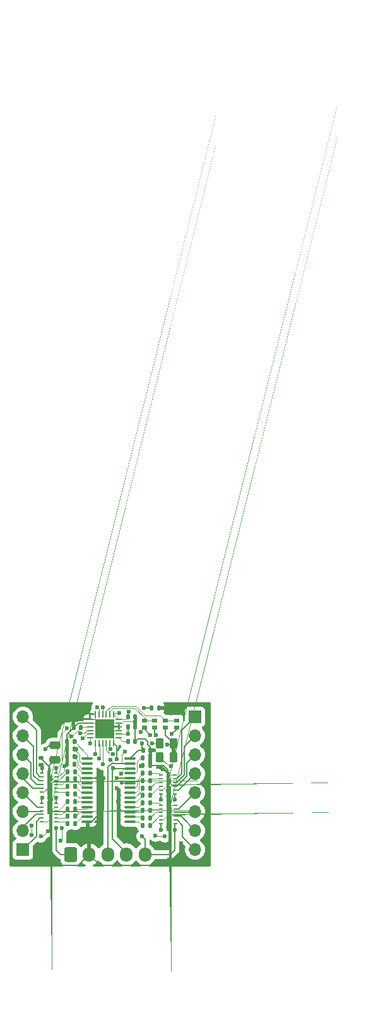
<source format=gbr>
%TF.GenerationSoftware,KiCad,Pcbnew,8.0.5*%
%TF.CreationDate,2024-12-01T15:07:37+09:00*%
%TF.ProjectId,PCA9685_ver4,50434139-3638-4355-9f76-6572342e6b69,rev?*%
%TF.SameCoordinates,Original*%
%TF.FileFunction,Copper,L1,Top*%
%TF.FilePolarity,Positive*%
%FSLAX46Y46*%
G04 Gerber Fmt 4.6, Leading zero omitted, Abs format (unit mm)*
G04 Created by KiCad (PCBNEW 8.0.5) date 2024-12-01 15:07:37*
%MOMM*%
%LPD*%
G01*
G04 APERTURE LIST*
G04 Aperture macros list*
%AMRoundRect*
0 Rectangle with rounded corners*
0 $1 Rounding radius*
0 $2 $3 $4 $5 $6 $7 $8 $9 X,Y pos of 4 corners*
0 Add a 4 corners polygon primitive as box body*
4,1,4,$2,$3,$4,$5,$6,$7,$8,$9,$2,$3,0*
0 Add four circle primitives for the rounded corners*
1,1,$1+$1,$2,$3*
1,1,$1+$1,$4,$5*
1,1,$1+$1,$6,$7*
1,1,$1+$1,$8,$9*
0 Add four rect primitives between the rounded corners*
20,1,$1+$1,$2,$3,$4,$5,0*
20,1,$1+$1,$4,$5,$6,$7,0*
20,1,$1+$1,$6,$7,$8,$9,0*
20,1,$1+$1,$8,$9,$2,$3,0*%
%AMFreePoly0*
4,1,153,0.406581,1.004743,0.408810,1.004000,0.410000,1.004000,0.411581,1.003743,0.413810,1.003000,0.415000,1.003000,0.416581,1.002743,0.419581,1.001743,0.420236,1.001472,0.421920,1.000630,0.424581,0.999743,0.426536,0.998536,0.427964,0.997108,0.429236,0.996472,0.430536,0.995536,0.431964,0.994108,0.433236,0.993472,0.434536,0.992536,0.442536,0.984536,0.443472,0.983236,
0.444108,0.981964,0.445536,0.980536,0.446472,0.979236,0.447108,0.977964,0.448536,0.976536,0.449743,0.974581,0.450630,0.971920,0.451472,0.970236,0.451743,0.969581,0.452743,0.966581,0.453000,0.965000,0.453000,0.963810,0.453743,0.961581,0.454000,0.960000,0.454000,0.958810,0.454743,0.956581,0.455000,0.955000,0.455000,-0.955000,0.454743,-0.956581,0.454000,-0.958810,
0.454000,-0.960000,0.453743,-0.961581,0.453000,-0.963810,0.453000,-0.965000,0.452743,-0.966581,0.451743,-0.969581,0.451472,-0.970236,0.450630,-0.971920,0.449743,-0.974581,0.448536,-0.976536,0.447108,-0.977964,0.446472,-0.979236,0.445536,-0.980536,0.444108,-0.981964,0.443472,-0.983236,0.442536,-0.984536,0.434536,-0.992536,0.433236,-0.993472,0.431964,-0.994108,0.430536,-0.995536,
0.429236,-0.996472,0.427964,-0.997108,0.426536,-0.998536,0.424581,-0.999743,0.421920,-1.000630,0.420236,-1.001472,0.419581,-1.001743,0.416581,-1.002743,0.415000,-1.003000,0.413810,-1.003000,0.411581,-1.003743,0.410000,-1.004000,0.408810,-1.004000,0.406581,-1.004743,0.405000,-1.005000,-0.405000,-1.005000,-0.406581,-1.004743,-0.408810,-1.004000,-0.410000,-1.004000,-0.411581,-1.003743,
-0.413810,-1.003000,-0.415000,-1.003000,-0.416581,-1.002743,-0.419581,-1.001743,-0.420236,-1.001472,-0.421920,-1.000630,-0.424581,-0.999743,-0.426536,-0.998536,-0.427964,-0.997108,-0.429236,-0.996472,-0.430536,-0.995536,-0.431964,-0.994108,-0.433236,-0.993472,-0.434536,-0.992536,-0.442536,-0.984536,-0.443472,-0.983236,-0.444108,-0.981964,-0.445536,-0.980536,-0.446472,-0.979236,-0.447108,-0.977964,
-0.448536,-0.976536,-0.449743,-0.974581,-0.450630,-0.971920,-0.451472,-0.970236,-0.451743,-0.969581,-0.452743,-0.966581,-0.453000,-0.965000,-0.453000,-0.963810,-0.453743,-0.961581,-0.454000,-0.960000,-0.454000,-0.958810,-0.454743,-0.956581,-0.455000,-0.955000,-0.455000,0.955000,-0.454743,0.956581,-0.454000,0.958810,-0.454000,0.960000,-0.453743,0.961581,-0.453000,0.963810,-0.453000,0.965000,
-0.452743,0.966581,-0.451743,0.969581,-0.451472,0.970236,-0.450630,0.971920,-0.449743,0.974581,-0.448536,0.976536,-0.447108,0.977964,-0.446472,0.979236,-0.445536,0.980536,-0.444108,0.981964,-0.443472,0.983236,-0.442536,0.984536,-0.434536,0.992536,-0.433236,0.993472,-0.431964,0.994108,-0.430536,0.995536,-0.429236,0.996472,-0.427964,0.997108,-0.426536,0.998536,-0.424581,0.999743,
-0.421920,1.000630,-0.420236,1.001472,-0.419581,1.001743,-0.416581,1.002743,-0.415000,1.003000,-0.413810,1.003000,-0.411581,1.003743,-0.410000,1.004000,-0.408810,1.004000,-0.406581,1.004743,-0.405000,1.005000,0.405000,1.005000,0.406581,1.004743,0.406581,1.004743,$1*%
G04 Aperture macros list end*
%TA.AperFunction,SMDPad,CuDef*%
%ADD10R,0.800000X0.600000*%
%TD*%
%TA.AperFunction,SMDPad,CuDef*%
%ADD11RoundRect,0.250000X0.262500X0.450000X-0.262500X0.450000X-0.262500X-0.450000X0.262500X-0.450000X0*%
%TD*%
%TA.AperFunction,SMDPad,CuDef*%
%ADD12RoundRect,0.135000X-0.135000X-0.185000X0.135000X-0.185000X0.135000X0.185000X-0.135000X0.185000X0*%
%TD*%
%TA.AperFunction,SMDPad,CuDef*%
%ADD13RoundRect,0.050000X-0.200000X-0.075000X0.200000X-0.075000X0.200000X0.075000X-0.200000X0.075000X0*%
%TD*%
%TA.AperFunction,SMDPad,CuDef*%
%ADD14FreePoly0,0.000000*%
%TD*%
%TA.AperFunction,SMDPad,CuDef*%
%ADD15RoundRect,0.135000X0.135000X0.185000X-0.135000X0.185000X-0.135000X-0.185000X0.135000X-0.185000X0*%
%TD*%
%TA.AperFunction,ComponentPad*%
%ADD16R,1.700000X1.700000*%
%TD*%
%TA.AperFunction,ComponentPad*%
%ADD17O,1.700000X1.700000*%
%TD*%
%TA.AperFunction,SMDPad,CuDef*%
%ADD18RoundRect,0.050000X0.200000X0.075000X-0.200000X0.075000X-0.200000X-0.075000X0.200000X-0.075000X0*%
%TD*%
%TA.AperFunction,SMDPad,CuDef*%
%ADD19FreePoly0,180.000000*%
%TD*%
%TA.AperFunction,SMDPad,CuDef*%
%ADD20RoundRect,0.140000X-0.140000X-0.170000X0.140000X-0.170000X0.140000X0.170000X-0.140000X0.170000X0*%
%TD*%
%TA.AperFunction,SMDPad,CuDef*%
%ADD21RoundRect,0.140000X0.170000X-0.140000X0.170000X0.140000X-0.170000X0.140000X-0.170000X-0.140000X0*%
%TD*%
%TA.AperFunction,SMDPad,CuDef*%
%ADD22RoundRect,0.100000X-0.637500X-0.100000X0.637500X-0.100000X0.637500X0.100000X-0.637500X0.100000X0*%
%TD*%
%TA.AperFunction,SMDPad,CuDef*%
%ADD23RoundRect,0.140000X0.140000X0.170000X-0.140000X0.170000X-0.140000X-0.170000X0.140000X-0.170000X0*%
%TD*%
%TA.AperFunction,SMDPad,CuDef*%
%ADD24RoundRect,0.062500X0.062500X-0.350000X0.062500X0.350000X-0.062500X0.350000X-0.062500X-0.350000X0*%
%TD*%
%TA.AperFunction,SMDPad,CuDef*%
%ADD25RoundRect,0.062500X0.350000X-0.062500X0.350000X0.062500X-0.350000X0.062500X-0.350000X-0.062500X0*%
%TD*%
%TA.AperFunction,HeatsinkPad*%
%ADD26R,2.600000X2.600000*%
%TD*%
%TA.AperFunction,ComponentPad*%
%ADD27RoundRect,0.250000X-0.600000X-0.725000X0.600000X-0.725000X0.600000X0.725000X-0.600000X0.725000X0*%
%TD*%
%TA.AperFunction,ComponentPad*%
%ADD28O,1.700000X1.950000*%
%TD*%
%TA.AperFunction,SMDPad,CuDef*%
%ADD29RoundRect,0.250000X-0.475000X0.250000X-0.475000X-0.250000X0.475000X-0.250000X0.475000X0.250000X0*%
%TD*%
%TA.AperFunction,ViaPad*%
%ADD30C,0.600000*%
%TD*%
%TA.AperFunction,Conductor*%
%ADD31C,0.200000*%
%TD*%
%TA.AperFunction,Conductor*%
%ADD32C,0.100000*%
%TD*%
%TA.AperFunction,Conductor*%
%ADD33C,0.500000*%
%TD*%
G04 APERTURE END LIST*
D10*
%TO.P,JP7,1,A*%
%TO.N,AD0*%
X153300000Y-55200000D03*
%TO.P,JP7,2,B*%
%TO.N,+3V3*%
X153300000Y-56100000D03*
%TD*%
D11*
%TO.P,R26,1*%
%TO.N,+3V3*%
X157212500Y-60100000D03*
%TO.P,R26,2*%
%TO.N,SCL*%
X155387500Y-60100000D03*
%TD*%
D12*
%TO.P,R1,1*%
%TO.N,Net-(U1-#OE)*%
X153090000Y-61200000D03*
%TO.P,R1,2*%
%TO.N,A4*%
X154110000Y-61200000D03*
%TD*%
%TO.P,R19,1*%
%TO.N,A4*%
X142890000Y-58000000D03*
%TO.P,R19,2*%
%TO.N,A0*%
X143910000Y-58000000D03*
%TD*%
%TO.P,R18,1*%
%TO.N,Net-(U1-PWM15)*%
X153080000Y-62200000D03*
%TO.P,R18,2*%
%TO.N,HIN2*%
X154100000Y-62200000D03*
%TD*%
D10*
%TO.P,JP6,1,A*%
%TO.N,A4*%
X157600000Y-56100000D03*
%TO.P,JP6,2,B*%
%TO.N,AD1*%
X157600000Y-55200000D03*
%TD*%
D13*
%TO.P,U3,1,VM*%
%TO.N,+5V*%
X139550000Y-62250000D03*
%TO.P,U3,2,AOUT1*%
%TO.N,AOUT1*%
X139550000Y-62750000D03*
%TO.P,U3,3,AOUT2*%
%TO.N,Net-(J6-Pin_7)*%
X139550000Y-63250000D03*
%TO.P,U3,4,BOUT1*%
%TO.N,BOUT1*%
X139550000Y-63750000D03*
%TO.P,U3,5,BOUT2*%
%TO.N,Net-(J6-Pin_5)*%
X139550000Y-64250000D03*
%TO.P,U3,6,GND*%
%TO.N,A4*%
X139550000Y-64750000D03*
%TO.P,U3,7,BIN2*%
%TO.N,BIN2*%
X141450000Y-64750000D03*
%TO.P,U3,8,BIN1*%
%TO.N,BIN1*%
X141450000Y-64250000D03*
%TO.P,U3,9,AIN2*%
%TO.N,AIN2*%
X141450000Y-63750000D03*
%TO.P,U3,10,AIN1*%
%TO.N,AIN1*%
X141450000Y-63250000D03*
%TO.P,U3,11,MODE*%
%TO.N,A4*%
X141450000Y-62750000D03*
%TO.P,U3,12,VCC*%
%TO.N,+3V3*%
X141450000Y-62250000D03*
D14*
%TO.P,U3,13,GND*%
%TO.N,A4*%
X140500000Y-63500000D03*
%TD*%
D12*
%TO.P,R16,1*%
%TO.N,Net-(U1-PWM13)*%
X153070000Y-64200000D03*
%TO.P,R16,2*%
%TO.N,GIN2*%
X154090000Y-64200000D03*
%TD*%
D15*
%TO.P,R4,1*%
%TO.N,Net-(U1-PWM1)*%
X144010000Y-63000000D03*
%TO.P,R4,2*%
%TO.N,AIN2*%
X142990000Y-63000000D03*
%TD*%
D16*
%TO.P,J6,1,Pin_1*%
%TO.N,Net-(J6-Pin_1)*%
X137000000Y-72440000D03*
D17*
%TO.P,J6,2,Pin_2*%
%TO.N,DOUT1*%
X137000000Y-69900000D03*
%TO.P,J6,3,Pin_3*%
%TO.N,Net-(J6-Pin_3)*%
X137000000Y-67360000D03*
%TO.P,J6,4,Pin_4*%
%TO.N,COUT1*%
X137000000Y-64820000D03*
%TO.P,J6,5,Pin_5*%
%TO.N,Net-(J6-Pin_5)*%
X137000000Y-62280000D03*
%TO.P,J6,6,Pin_6*%
%TO.N,BOUT1*%
X137000000Y-59740000D03*
%TO.P,J6,7,Pin_7*%
%TO.N,Net-(J6-Pin_7)*%
X137000000Y-57200000D03*
%TO.P,J6,8,Pin_8*%
%TO.N,AOUT1*%
X137000000Y-54660000D03*
%TD*%
D16*
%TO.P,J3,1,Pin_1*%
%TO.N,Net-(J3-Pin_1)*%
X160100000Y-54660000D03*
D17*
%TO.P,J3,2,Pin_2*%
%TO.N,HOUT1*%
X160100000Y-57200000D03*
%TO.P,J3,3,Pin_3*%
%TO.N,Net-(J3-Pin_3)*%
X160100000Y-59740000D03*
%TO.P,J3,4,Pin_4*%
%TO.N,GOUT1*%
X160100000Y-62280000D03*
%TO.P,J3,5,Pin_5*%
%TO.N,Net-(J3-Pin_5)*%
X160100000Y-64820000D03*
%TO.P,J3,6,Pin_6*%
%TO.N,FOUT1*%
X160100000Y-67360000D03*
%TO.P,J3,7,Pin_7*%
%TO.N,Net-(J3-Pin_7)*%
X160100000Y-69900000D03*
%TO.P,J3,8,Pin_8*%
%TO.N,EOUT1*%
X160100000Y-72440000D03*
%TD*%
D18*
%TO.P,U6,1,VM*%
%TO.N,+5V*%
X157400000Y-65000000D03*
%TO.P,U6,2,AOUT1*%
%TO.N,GOUT1*%
X157400000Y-64500000D03*
%TO.P,U6,3,AOUT2*%
%TO.N,Net-(J3-Pin_3)*%
X157400000Y-64000000D03*
%TO.P,U6,4,BOUT1*%
%TO.N,HOUT1*%
X157400000Y-63500000D03*
%TO.P,U6,5,BOUT2*%
%TO.N,Net-(J3-Pin_1)*%
X157400000Y-63000000D03*
%TO.P,U6,6,GND*%
%TO.N,A4*%
X157400000Y-62500000D03*
%TO.P,U6,7,BIN2*%
%TO.N,HIN2*%
X155500000Y-62500000D03*
%TO.P,U6,8,BIN1*%
%TO.N,HIN1*%
X155500000Y-63000000D03*
%TO.P,U6,9,AIN2*%
%TO.N,GIN2*%
X155500000Y-63500000D03*
%TO.P,U6,10,AIN1*%
%TO.N,GIN1*%
X155500000Y-64000000D03*
%TO.P,U6,11,MODE*%
%TO.N,A4*%
X155500000Y-64500000D03*
%TO.P,U6,12,VCC*%
%TO.N,+3V3*%
X155500000Y-65000000D03*
D19*
%TO.P,U6,13,GND*%
%TO.N,A4*%
X156450000Y-63750000D03*
%TD*%
D20*
%TO.P,C5,1*%
%TO.N,+3V3*%
X151093750Y-54700000D03*
%TO.P,C5,2*%
%TO.N,A4*%
X152053750Y-54700000D03*
%TD*%
D15*
%TO.P,R3,1*%
%TO.N,Net-(U1-PWM0)*%
X144020000Y-62000000D03*
%TO.P,R3,2*%
%TO.N,AIN1*%
X143000000Y-62000000D03*
%TD*%
D18*
%TO.P,U5,1,VM*%
%TO.N,+5V*%
X157450000Y-69000000D03*
%TO.P,U5,2,AOUT1*%
%TO.N,EOUT1*%
X157450000Y-68500000D03*
%TO.P,U5,3,AOUT2*%
%TO.N,Net-(J3-Pin_7)*%
X157450000Y-68000000D03*
%TO.P,U5,4,BOUT1*%
%TO.N,FOUT1*%
X157450000Y-67500000D03*
%TO.P,U5,5,BOUT2*%
%TO.N,Net-(J3-Pin_5)*%
X157450000Y-67000000D03*
%TO.P,U5,6,GND*%
%TO.N,A4*%
X157450000Y-66500000D03*
%TO.P,U5,7,BIN2*%
%TO.N,FIN2*%
X155550000Y-66500000D03*
%TO.P,U5,8,BIN1*%
%TO.N,FIN1*%
X155550000Y-67000000D03*
%TO.P,U5,9,AIN2*%
%TO.N,EIN2*%
X155550000Y-67500000D03*
%TO.P,U5,10,AIN1*%
%TO.N,EIN1*%
X155550000Y-68000000D03*
%TO.P,U5,11,MODE*%
%TO.N,A4*%
X155550000Y-68500000D03*
%TO.P,U5,12,VCC*%
%TO.N,+3V3*%
X155550000Y-69000000D03*
D19*
%TO.P,U5,13,GND*%
%TO.N,A4*%
X156500000Y-67750000D03*
%TD*%
D21*
%TO.P,C3,1*%
%TO.N,+5V*%
X139400000Y-61100000D03*
%TO.P,C3,2*%
%TO.N,A4*%
X139400000Y-60140000D03*
%TD*%
D12*
%TO.P,R14,1*%
%TO.N,Net-(U1-PWM11)*%
X153070000Y-66200000D03*
%TO.P,R14,2*%
%TO.N,FIN2*%
X154090000Y-66200000D03*
%TD*%
%TO.P,R21,1*%
%TO.N,A4*%
X142880000Y-60000000D03*
%TO.P,R21,2*%
%TO.N,A2*%
X143900000Y-60000000D03*
%TD*%
%TO.P,R11,1*%
%TO.N,Net-(U1-PWM8)*%
X153070000Y-69200000D03*
%TO.P,R11,2*%
%TO.N,EIN1*%
X154090000Y-69200000D03*
%TD*%
D22*
%TO.P,U1,1,A0*%
%TO.N,A0*%
X145637500Y-60275000D03*
%TO.P,U1,2,A1*%
%TO.N,A1*%
X145637500Y-60925000D03*
%TO.P,U1,3,A2*%
%TO.N,A2*%
X145637500Y-61575000D03*
%TO.P,U1,4,A3*%
%TO.N,A3*%
X145637500Y-62225000D03*
%TO.P,U1,5,A4*%
%TO.N,A4*%
X145637500Y-62875000D03*
%TO.P,U1,6,PWM0*%
%TO.N,Net-(U1-PWM0)*%
X145637500Y-63525000D03*
%TO.P,U1,7,PWM1*%
%TO.N,Net-(U1-PWM1)*%
X145637500Y-64175000D03*
%TO.P,U1,8,PWM2*%
%TO.N,Net-(U1-PWM2)*%
X145637500Y-64825000D03*
%TO.P,U1,9,PWM3*%
%TO.N,Net-(U1-PWM3)*%
X145637500Y-65475000D03*
%TO.P,U1,10,PWM4*%
%TO.N,Net-(U1-PWM4)*%
X145637500Y-66125000D03*
%TO.P,U1,11,PWM5*%
%TO.N,Net-(U1-PWM5)*%
X145637500Y-66775000D03*
%TO.P,U1,12,PWM6*%
%TO.N,Net-(U1-PWM6)*%
X145637500Y-67425000D03*
%TO.P,U1,13,PWM7*%
%TO.N,Net-(U1-PWM7)*%
X145637500Y-68075000D03*
%TO.P,U1,14,GND*%
%TO.N,A4*%
X145637500Y-68725000D03*
%TO.P,U1,15,PWM8*%
%TO.N,Net-(U1-PWM8)*%
X151362500Y-68725000D03*
%TO.P,U1,16,PWM9*%
%TO.N,Net-(U1-PWM9)*%
X151362500Y-68075000D03*
%TO.P,U1,17,PWM10*%
%TO.N,Net-(U1-PWM10)*%
X151362500Y-67425000D03*
%TO.P,U1,18,PWM11*%
%TO.N,Net-(U1-PWM11)*%
X151362500Y-66775000D03*
%TO.P,U1,19,PWM12*%
%TO.N,Net-(U1-PWM12)*%
X151362500Y-66125000D03*
%TO.P,U1,20,PWM13*%
%TO.N,Net-(U1-PWM13)*%
X151362500Y-65475000D03*
%TO.P,U1,21,PWM14*%
%TO.N,Net-(U1-PWM14)*%
X151362500Y-64825000D03*
%TO.P,U1,22,PWM15*%
%TO.N,Net-(U1-PWM15)*%
X151362500Y-64175000D03*
%TO.P,U1,23,#OE*%
%TO.N,Net-(U1-#OE)*%
X151362500Y-63525000D03*
%TO.P,U1,24,A5*%
%TO.N,A4*%
X151362500Y-62875000D03*
%TO.P,U1,25,EXTCLK*%
%TO.N,Net-(U1-EXTCLK)*%
X151362500Y-62225000D03*
%TO.P,U1,26,SCL*%
%TO.N,SCL*%
X151362500Y-61575000D03*
%TO.P,U1,27,SDA*%
%TO.N,SDA*%
X151362500Y-60925000D03*
%TO.P,U1,28,VDD*%
%TO.N,+3V3*%
X151362500Y-60275000D03*
%TD*%
D15*
%TO.P,R5,1*%
%TO.N,Net-(U1-PWM2)*%
X144010000Y-64000000D03*
%TO.P,R5,2*%
%TO.N,BIN1*%
X142990000Y-64000000D03*
%TD*%
D12*
%TO.P,R15,1*%
%TO.N,Net-(U1-PWM12)*%
X153080000Y-65200000D03*
%TO.P,R15,2*%
%TO.N,GIN1*%
X154100000Y-65200000D03*
%TD*%
D10*
%TO.P,JP5,1,A*%
%TO.N,+3V3*%
X156150000Y-56100000D03*
%TO.P,JP5,2,B*%
%TO.N,AD1*%
X156150000Y-55200000D03*
%TD*%
D11*
%TO.P,R25,1*%
%TO.N,+3V3*%
X157212500Y-58200000D03*
%TO.P,R25,2*%
%TO.N,SDA*%
X155387500Y-58200000D03*
%TD*%
D20*
%TO.P,C1,1*%
%TO.N,+3V3*%
X153120000Y-59200000D03*
%TO.P,C1,2*%
%TO.N,A4*%
X154080000Y-59200000D03*
%TD*%
D12*
%TO.P,R13,1*%
%TO.N,Net-(U1-PWM10)*%
X153070000Y-67200000D03*
%TO.P,R13,2*%
%TO.N,FIN1*%
X154090000Y-67200000D03*
%TD*%
D15*
%TO.P,R8,1*%
%TO.N,Net-(U1-PWM5)*%
X144010000Y-67000000D03*
%TO.P,R8,2*%
%TO.N,CIN2*%
X142990000Y-67000000D03*
%TD*%
%TO.P,R9,1*%
%TO.N,Net-(U1-PWM6)*%
X144010000Y-68000000D03*
%TO.P,R9,2*%
%TO.N,DIN1*%
X142990000Y-68000000D03*
%TD*%
D20*
%TO.P,C7,1*%
%TO.N,Net-(U2-REFCOMP)*%
X151093750Y-56000000D03*
%TO.P,C7,2*%
%TO.N,A4*%
X152053750Y-56000000D03*
%TD*%
D15*
%TO.P,R10,1*%
%TO.N,Net-(U1-PWM7)*%
X144020000Y-69000000D03*
%TO.P,R10,2*%
%TO.N,DIN2*%
X143000000Y-69000000D03*
%TD*%
D23*
%TO.P,C4,1*%
%TO.N,+3V3*%
X144753750Y-56100000D03*
%TO.P,C4,2*%
%TO.N,A4*%
X143793750Y-56100000D03*
%TD*%
D24*
%TO.P,U2,1,CH3*%
%TO.N,DOUT1*%
X146693750Y-58187500D03*
%TO.P,U2,2,CH4*%
%TO.N,EOUT1*%
X147193750Y-58187500D03*
%TO.P,U2,3,CH5*%
%TO.N,FOUT1*%
X147693750Y-58187500D03*
%TO.P,U2,4,CH6*%
%TO.N,GOUT1*%
X148193750Y-58187500D03*
%TO.P,U2,5,CH7*%
%TO.N,HOUT1*%
X148693750Y-58187500D03*
%TO.P,U2,6,COM*%
%TO.N,A4*%
X149193750Y-58187500D03*
D25*
%TO.P,U2,7,VREF*%
%TO.N,Net-(U2-VREF)*%
X149881250Y-57500000D03*
%TO.P,U2,8,REFCOMP*%
%TO.N,Net-(U2-REFCOMP)*%
X149881250Y-57000000D03*
%TO.P,U2,9,GND*%
%TO.N,A4*%
X149881250Y-56500000D03*
%TO.P,U2,10,GND*%
X149881250Y-56000000D03*
%TO.P,U2,11,GND*%
X149881250Y-55500000D03*
%TO.P,U2,12,VDD*%
%TO.N,+3V3*%
X149881250Y-55000000D03*
D24*
%TO.P,U2,13,VDD*%
X149193750Y-54312500D03*
%TO.P,U2,14,AD0*%
%TO.N,AD0*%
X148693750Y-54312500D03*
%TO.P,U2,15,AD1*%
%TO.N,AD1*%
X148193750Y-54312500D03*
%TO.P,U2,16,SCL*%
%TO.N,SDA*%
X147693750Y-54312500D03*
%TO.P,U2,17,SDA*%
%TO.N,SCL*%
X147193750Y-54312500D03*
%TO.P,U2,18,GND*%
%TO.N,A4*%
X146693750Y-54312500D03*
D25*
%TO.P,U2,19,GND*%
X146006250Y-55000000D03*
%TO.P,U2,20,GND*%
X146006250Y-55500000D03*
%TO.P,U2,21,VDD*%
%TO.N,+3V3*%
X146006250Y-56000000D03*
%TO.P,U2,22,CH0*%
%TO.N,AOUT1*%
X146006250Y-56500000D03*
%TO.P,U2,23,CH1*%
%TO.N,BOUT1*%
X146006250Y-57000000D03*
%TO.P,U2,24,CH2*%
%TO.N,COUT1*%
X146006250Y-57500000D03*
D26*
%TO.P,U2,25,GND*%
%TO.N,A4*%
X147943750Y-56250000D03*
%TD*%
D27*
%TO.P,J1,1,Pin_1*%
%TO.N,+3V3*%
X143400000Y-73100000D03*
D28*
%TO.P,J1,2,Pin_2*%
%TO.N,A4*%
X145900000Y-73100000D03*
%TO.P,J1,3,Pin_3*%
%TO.N,SDA*%
X148400000Y-73100000D03*
%TO.P,J1,4,Pin_4*%
%TO.N,SCL*%
X150900000Y-73100000D03*
%TO.P,J1,5,Pin_5*%
%TO.N,+5V*%
X153400000Y-73100000D03*
%TD*%
D29*
%TO.P,C2,1*%
%TO.N,+5V*%
X141300000Y-58500000D03*
%TO.P,C2,2*%
%TO.N,A4*%
X141300000Y-60400000D03*
%TD*%
D12*
%TO.P,R12,1*%
%TO.N,Net-(U1-PWM9)*%
X153060000Y-68200000D03*
%TO.P,R12,2*%
%TO.N,EIN2*%
X154080000Y-68200000D03*
%TD*%
D10*
%TO.P,JP8,1,A*%
%TO.N,A4*%
X154700000Y-56100000D03*
%TO.P,JP8,2,B*%
%TO.N,AD0*%
X154700000Y-55200000D03*
%TD*%
D15*
%TO.P,R6,1*%
%TO.N,Net-(U1-PWM3)*%
X144010000Y-65000000D03*
%TO.P,R6,2*%
%TO.N,BIN2*%
X142990000Y-65000000D03*
%TD*%
D12*
%TO.P,R20,1*%
%TO.N,A4*%
X142890000Y-59000000D03*
%TO.P,R20,2*%
%TO.N,A1*%
X143910000Y-59000000D03*
%TD*%
D20*
%TO.P,C8,1*%
%TO.N,Net-(U2-REFCOMP)*%
X154270000Y-53500000D03*
%TO.P,C8,2*%
%TO.N,A4*%
X155230000Y-53500000D03*
%TD*%
D12*
%TO.P,R2,1*%
%TO.N,Net-(U1-EXTCLK)*%
X153090000Y-60200000D03*
%TO.P,R2,2*%
%TO.N,A4*%
X154110000Y-60200000D03*
%TD*%
%TO.P,R22,1*%
%TO.N,A4*%
X142890000Y-61000000D03*
%TO.P,R22,2*%
%TO.N,A3*%
X143910000Y-61000000D03*
%TD*%
D20*
%TO.P,C6,1*%
%TO.N,Net-(U2-VREF)*%
X151093750Y-58000000D03*
%TO.P,C6,2*%
%TO.N,A4*%
X152053750Y-58000000D03*
%TD*%
D15*
%TO.P,R7,1*%
%TO.N,Net-(U1-PWM4)*%
X144020000Y-66000000D03*
%TO.P,R7,2*%
%TO.N,CIN1*%
X143000000Y-66000000D03*
%TD*%
D12*
%TO.P,R17,1*%
%TO.N,Net-(U1-PWM14)*%
X153080000Y-63190000D03*
%TO.P,R17,2*%
%TO.N,HIN1*%
X154100000Y-63190000D03*
%TD*%
D13*
%TO.P,U4,1,VM*%
%TO.N,+5V*%
X139550000Y-66250000D03*
%TO.P,U4,2,AOUT1*%
%TO.N,COUT1*%
X139550000Y-66750000D03*
%TO.P,U4,3,AOUT2*%
%TO.N,Net-(J6-Pin_3)*%
X139550000Y-67250000D03*
%TO.P,U4,4,BOUT1*%
%TO.N,DOUT1*%
X139550000Y-67750000D03*
%TO.P,U4,5,BOUT2*%
%TO.N,Net-(J6-Pin_1)*%
X139550000Y-68250000D03*
%TO.P,U4,6,GND*%
%TO.N,A4*%
X139550000Y-68750000D03*
%TO.P,U4,7,BIN2*%
%TO.N,DIN2*%
X141450000Y-68750000D03*
%TO.P,U4,8,BIN1*%
%TO.N,DIN1*%
X141450000Y-68250000D03*
%TO.P,U4,9,AIN2*%
%TO.N,CIN2*%
X141450000Y-67750000D03*
%TO.P,U4,10,AIN1*%
%TO.N,CIN1*%
X141450000Y-67250000D03*
%TO.P,U4,11,MODE*%
%TO.N,A4*%
X141450000Y-66750000D03*
%TO.P,U4,12,VCC*%
%TO.N,+3V3*%
X141450000Y-66250000D03*
D14*
%TO.P,U4,13,GND*%
%TO.N,A4*%
X140500000Y-67500000D03*
%TD*%
D30*
%TO.N,Net-(U2-REFCOMP)*%
X151093750Y-57000000D03*
X153250000Y-53500000D03*
%TO.N,+3V3*%
X156350000Y-58370774D03*
X151200000Y-54000000D03*
X152846446Y-56746446D03*
X143498527Y-57297430D03*
X149900000Y-54200000D03*
X153000000Y-58200000D03*
X155515000Y-65776000D03*
X141500000Y-65500000D03*
X141500000Y-61500000D03*
X141500000Y-69600000D03*
X154100000Y-57100000D03*
X142907966Y-56207966D03*
X155500000Y-69800000D03*
%TO.N,+5V*%
X153000000Y-70700000D03*
X140049998Y-59000000D03*
X157400000Y-65800000D03*
X139600000Y-61500000D03*
X139600000Y-65500000D03*
X157400000Y-69800000D03*
%TO.N,SCL*%
X147000000Y-53400000D03*
X150175001Y-62297107D03*
X156900000Y-61300000D03*
X149050000Y-61527817D03*
%TO.N,SDA*%
X147749504Y-53372663D03*
X148707107Y-60392892D03*
X150700000Y-59300000D03*
X154300000Y-58200000D03*
%TO.N,EOUT1*%
X154800000Y-70600000D03*
X156050000Y-70700000D03*
X147200000Y-60300000D03*
%TO.N,GOUT1*%
X149050000Y-59700000D03*
%TO.N,FOUT1*%
X147730332Y-61000000D03*
%TO.N,HOUT1*%
X148730332Y-58953047D03*
%TO.N,A0*%
X144000000Y-58000000D03*
%TO.N,A1*%
X144201446Y-58998554D03*
%TO.N,A2*%
X144130000Y-59998554D03*
%TO.N,A3*%
X143880000Y-61000000D03*
%TO.N,A4*%
X156600000Y-73800000D03*
X149600000Y-62900000D03*
X149600000Y-60375000D03*
X157000000Y-57000000D03*
X141600000Y-53600000D03*
X148646875Y-56953125D03*
X154879035Y-57089685D03*
X140500000Y-65500000D03*
X158200000Y-71600000D03*
X142595000Y-61295000D03*
X155800000Y-61700000D03*
X156600000Y-72100000D03*
X154628130Y-59150000D03*
X149800000Y-66000000D03*
X149600000Y-64200000D03*
X139700000Y-57500000D03*
X147850000Y-62900000D03*
X139400000Y-55300000D03*
%TO.N,BOUT1*%
X145035412Y-57570822D03*
%TO.N,AOUT1*%
X144700000Y-56900000D03*
%TO.N,COUT1*%
X142050000Y-71300000D03*
X138181091Y-70481091D03*
X146000000Y-58200000D03*
X138200000Y-69200000D03*
X142250003Y-69600000D03*
%TO.N,DOUT1*%
X146700000Y-59700000D03*
X140363909Y-69986091D03*
X139400000Y-70700000D03*
%TO.N,Net-(U1-#OE)*%
X152800000Y-61300000D03*
X150300000Y-63500000D03*
%TO.N,A4*%
X156250000Y-54000000D03*
X152053750Y-54700000D03*
%TD*%
D31*
%TO.N,A4*%
X143793750Y-56100000D02*
X143793750Y-55250000D01*
D32*
X146062500Y-54312500D02*
X146000000Y-54250000D01*
X146693750Y-54312500D02*
X146062500Y-54312500D01*
D31*
%TO.N,Net-(U2-REFCOMP)*%
X154270000Y-53500000D02*
X153250000Y-53500000D01*
D32*
%TO.N,+3V3*%
X142907966Y-56207966D02*
X142225000Y-56890932D01*
X142225000Y-56890932D02*
X142225000Y-60843324D01*
D33*
X157212500Y-58200000D02*
X157212500Y-60100000D01*
D31*
X153120000Y-59200000D02*
X152437500Y-59200000D01*
D32*
X149881250Y-55000000D02*
X150793750Y-55000000D01*
X150793750Y-55000000D02*
X151093750Y-54700000D01*
X149900000Y-54200000D02*
X149306250Y-54200000D01*
D31*
X142100000Y-73100000D02*
X141500000Y-72500000D01*
D32*
X151093750Y-54700000D02*
X151093750Y-54106250D01*
D31*
X156150000Y-56100000D02*
X156150000Y-57137500D01*
X153000000Y-58200000D02*
X153000000Y-59080000D01*
X155500000Y-69800000D02*
X155500000Y-69050000D01*
X154100000Y-57100000D02*
X153300000Y-56300000D01*
X153000000Y-59080000D02*
X153120000Y-59200000D01*
D32*
X151093750Y-54106250D02*
X151200000Y-54000000D01*
D31*
X156150000Y-57137500D02*
X157212500Y-58200000D01*
X143400000Y-73100000D02*
X142100000Y-73100000D01*
X155500000Y-65000000D02*
X155500000Y-65761000D01*
X152437500Y-59200000D02*
X151362500Y-60275000D01*
X153300000Y-56300000D02*
X153300000Y-56100000D01*
X141500000Y-61500000D02*
X141500000Y-62200000D01*
X155500000Y-65761000D02*
X155515000Y-65776000D01*
X156350000Y-58370774D02*
X157041726Y-58370774D01*
D32*
X143498527Y-57297430D02*
X143556320Y-57297430D01*
D31*
X155500000Y-69050000D02*
X155550000Y-69000000D01*
X141500000Y-72500000D02*
X141500000Y-69600000D01*
X157041726Y-58370774D02*
X157212500Y-58200000D01*
D32*
X152846446Y-56553554D02*
X153300000Y-56100000D01*
X149193750Y-54312500D02*
X149881250Y-55000000D01*
X144853750Y-56000000D02*
X144753750Y-56100000D01*
X149306250Y-54200000D02*
X149193750Y-54312500D01*
X152846446Y-56746446D02*
X152846446Y-56553554D01*
X146006250Y-56000000D02*
X144853750Y-56000000D01*
X143556320Y-57297430D02*
X144753750Y-56100000D01*
X142225000Y-60843324D02*
X141568324Y-61500000D01*
D31*
X141450000Y-66250000D02*
X141450000Y-65550000D01*
X141450000Y-65550000D02*
X141500000Y-65500000D01*
X141500000Y-62200000D02*
X141450000Y-62250000D01*
D32*
X141568324Y-61500000D02*
X141500000Y-61500000D01*
D31*
%TO.N,+5V*%
X139600000Y-61500000D02*
X139600000Y-62200000D01*
X139600000Y-62200000D02*
X139550000Y-62250000D01*
X139400000Y-61100000D02*
X139400000Y-61300000D01*
X153400000Y-73100000D02*
X156800000Y-73100000D01*
X157400000Y-69800000D02*
X157400000Y-69050000D01*
X153000000Y-70700000D02*
X153400000Y-71100000D01*
X157400000Y-69050000D02*
X157450000Y-69000000D01*
X157400000Y-72500000D02*
X157400000Y-69800000D01*
X153400000Y-71100000D02*
X153400000Y-73100000D01*
X140549998Y-58500000D02*
X140049998Y-59000000D01*
X141300000Y-58500000D02*
X140549998Y-58500000D01*
X157400000Y-65000000D02*
X157400000Y-65800000D01*
X139550000Y-65550000D02*
X139600000Y-65500000D01*
X139400000Y-61300000D02*
X139600000Y-61500000D01*
X139550000Y-66250000D02*
X139550000Y-65550000D01*
X156800000Y-73100000D02*
X157400000Y-72500000D01*
D32*
%TO.N,Net-(U2-VREF)*%
X150381250Y-58000000D02*
X149881250Y-57500000D01*
X151093750Y-58000000D02*
X150381250Y-58000000D01*
%TO.N,Net-(U2-REFCOMP)*%
X151093750Y-57000000D02*
X149881250Y-57000000D01*
D31*
X151093750Y-56000000D02*
X151093750Y-57000000D01*
%TO.N,SCL*%
X149000000Y-61900000D02*
X149325000Y-61575000D01*
D32*
X147000000Y-53400000D02*
X147193750Y-53593750D01*
X156587500Y-61300000D02*
X155387500Y-60100000D01*
D31*
X149325000Y-61575000D02*
X151362500Y-61575000D01*
D32*
X150175001Y-62297107D02*
X150175001Y-62025000D01*
X149050000Y-61527817D02*
X149097183Y-61575000D01*
X147193750Y-53593750D02*
X147193750Y-54312500D01*
X150625001Y-61575000D02*
X151362500Y-61575000D01*
X156900000Y-61300000D02*
X156587500Y-61300000D01*
X149097183Y-61575000D02*
X151362500Y-61575000D01*
D31*
X149000000Y-71000000D02*
X149000000Y-61900000D01*
D32*
X150175001Y-62025000D02*
X150625001Y-61575000D01*
D31*
X150900000Y-72900000D02*
X149000000Y-71000000D01*
X150900000Y-73100000D02*
X150900000Y-72900000D01*
%TO.N,SDA*%
X148875000Y-60925000D02*
X151362500Y-60925000D01*
D32*
X149239215Y-60925000D02*
X150300000Y-60925000D01*
X147693750Y-53428417D02*
X147749504Y-53372663D01*
X150300000Y-60925000D02*
X151362500Y-60925000D01*
X155387500Y-58200000D02*
X154300000Y-58200000D01*
X150700000Y-59300000D02*
X150300000Y-59700000D01*
X148707107Y-60392892D02*
X149239215Y-60925000D01*
D31*
X148400000Y-73100000D02*
X148400000Y-61400000D01*
D32*
X147693750Y-54312500D02*
X147693750Y-53428417D01*
X150300000Y-59700000D02*
X150300000Y-60925000D01*
D31*
X148400000Y-61400000D02*
X148875000Y-60925000D01*
D32*
%TO.N,EOUT1*%
X147285653Y-58279403D02*
X147193750Y-58187500D01*
D31*
X158400000Y-70740000D02*
X160100000Y-72440000D01*
D32*
X156050000Y-70700000D02*
X154900000Y-70700000D01*
X147285653Y-60214347D02*
X147285653Y-58279403D01*
D31*
X158400000Y-69200000D02*
X158400000Y-70740000D01*
X157700000Y-68500000D02*
X158400000Y-69200000D01*
D32*
X147200000Y-60300000D02*
X147285653Y-60214347D01*
D31*
X157450000Y-68500000D02*
X157700000Y-68500000D01*
D32*
X154900000Y-70700000D02*
X154800000Y-70600000D01*
D31*
%TO.N,Net-(J3-Pin_7)*%
X160100000Y-69900000D02*
X158200000Y-68000000D01*
X158200000Y-68000000D02*
X157450000Y-68000000D01*
D32*
%TO.N,GOUT1*%
X149050000Y-59700000D02*
X148770178Y-59700000D01*
X148770178Y-59700000D02*
X148193750Y-59123572D01*
D31*
X157880000Y-64500000D02*
X160100000Y-62280000D01*
X157400000Y-64500000D02*
X157880000Y-64500000D01*
D32*
X148193750Y-59123572D02*
X148193750Y-58187500D01*
D31*
%TO.N,FOUT1*%
X159960000Y-67500000D02*
X157450000Y-67500000D01*
D32*
X147700000Y-60969668D02*
X147700000Y-58193750D01*
X147730332Y-61000000D02*
X147700000Y-60969668D01*
D31*
X160100000Y-67360000D02*
X159960000Y-67500000D01*
D32*
X147700000Y-58193750D02*
X147693750Y-58187500D01*
D31*
%TO.N,Net-(J3-Pin_1)*%
X157400000Y-63000000D02*
X157600650Y-63000000D01*
X158300000Y-62300650D02*
X158300000Y-56460000D01*
X157600650Y-63000000D02*
X158300000Y-62300650D01*
X158300000Y-56460000D02*
X160100000Y-54660000D01*
%TO.N,Net-(J3-Pin_5)*%
X157920000Y-67000000D02*
X160100000Y-64820000D01*
X157450000Y-67000000D02*
X157920000Y-67000000D01*
%TO.N,HOUT1*%
X158650000Y-62500000D02*
X157650000Y-63500000D01*
X160100000Y-57200000D02*
X158650000Y-58650000D01*
D32*
X148693750Y-58916465D02*
X148730332Y-58953047D01*
X148693750Y-58187500D02*
X148693750Y-58916465D01*
D31*
X158650000Y-58650000D02*
X158650000Y-62500000D01*
X157650000Y-63500000D02*
X157400000Y-63500000D01*
%TO.N,Net-(J3-Pin_3)*%
X159000000Y-60840000D02*
X160100000Y-59740000D01*
X157650000Y-64000000D02*
X159000000Y-62650000D01*
X159000000Y-62650000D02*
X159000000Y-60840000D01*
X157400000Y-64000000D02*
X157650000Y-64000000D01*
D32*
%TO.N,A0*%
X145637500Y-60275000D02*
X145637500Y-59727500D01*
X143910000Y-58000000D02*
X144000000Y-58000000D01*
X145637500Y-59727500D02*
X143910000Y-58000000D01*
%TO.N,A1*%
X144925000Y-60925000D02*
X145637500Y-60925000D01*
X143910000Y-59000000D02*
X144630000Y-59720000D01*
X144630000Y-60630000D02*
X144925000Y-60925000D01*
X144200000Y-59000000D02*
X144201446Y-58998554D01*
X144630000Y-59720000D02*
X144630000Y-60630000D01*
X143910000Y-59000000D02*
X144200000Y-59000000D01*
%TO.N,A2*%
X144900001Y-61575000D02*
X144380000Y-61054999D01*
X144128554Y-60000000D02*
X144130000Y-59998554D01*
X144380000Y-61054999D02*
X144380000Y-60480000D01*
X144380000Y-60480000D02*
X143900000Y-60000000D01*
X145637500Y-61575000D02*
X144900001Y-61575000D01*
X143900000Y-60000000D02*
X144128554Y-60000000D01*
%TO.N,A3*%
X143910000Y-61000000D02*
X143880000Y-61000000D01*
X145122964Y-62225000D02*
X143910000Y-61012036D01*
X145637500Y-62225000D02*
X145122964Y-62225000D01*
X143910000Y-61012036D02*
X143910000Y-61000000D01*
X145637500Y-62225000D02*
X145042502Y-62225000D01*
D31*
%TO.N,A4*%
X154080000Y-60170000D02*
X154110000Y-60200000D01*
X157600000Y-56400000D02*
X157000000Y-57000000D01*
D32*
X142595000Y-61295000D02*
X142890000Y-61000000D01*
X140500000Y-67500000D02*
X141250000Y-66750000D01*
D31*
X154700000Y-56910650D02*
X154879035Y-57089685D01*
X142890000Y-58000000D02*
X142890000Y-57003750D01*
X152053750Y-58000000D02*
X152453750Y-57600000D01*
D32*
X139550000Y-64750000D02*
X139800000Y-64750000D01*
D31*
X144393750Y-55500000D02*
X146006250Y-55500000D01*
D32*
X156500000Y-66735000D02*
X156735000Y-66500000D01*
D31*
X140913909Y-67913909D02*
X140500000Y-67500000D01*
D32*
X146006250Y-55000000D02*
X146693750Y-55000000D01*
X154110000Y-61200000D02*
X154110000Y-60200000D01*
D31*
X152053750Y-54700000D02*
X152053750Y-55300000D01*
X139400000Y-60140000D02*
X139400000Y-60234576D01*
X147850000Y-67097746D02*
X147850000Y-62900000D01*
X156450000Y-62735000D02*
X156450000Y-63750000D01*
D32*
X156450000Y-62735000D02*
X156685000Y-62500000D01*
D31*
X149625000Y-62875000D02*
X149600000Y-62900000D01*
D32*
X146693750Y-54312500D02*
X146693750Y-55000000D01*
X156500000Y-67750000D02*
X156500000Y-66735000D01*
D31*
X145900000Y-73100000D02*
X144400000Y-74600000D01*
X153400000Y-57600000D02*
X153750000Y-57950000D01*
X152453750Y-57600000D02*
X153400000Y-57600000D01*
D32*
X142530000Y-61920000D02*
X142530000Y-61360000D01*
X148646875Y-56953125D02*
X147943750Y-56250000D01*
D31*
X145637500Y-68725000D02*
X145900000Y-68987500D01*
D32*
X155750000Y-68500000D02*
X155550000Y-68500000D01*
D31*
X155800000Y-74600000D02*
X156600000Y-73800000D01*
X142890000Y-58000000D02*
X142890000Y-61000000D01*
D32*
X146693750Y-55000000D02*
X147943750Y-56250000D01*
X141250000Y-66750000D02*
X141450000Y-66750000D01*
X150293749Y-55500000D02*
X150493749Y-55300000D01*
D31*
X154072182Y-58750000D02*
X154080000Y-58750000D01*
X141300000Y-60400000D02*
X140500000Y-61200000D01*
X154628130Y-59150000D02*
X154130000Y-59150000D01*
X156450000Y-61750000D02*
X156450000Y-62735000D01*
X145900000Y-73100000D02*
X147400000Y-74600000D01*
D32*
X147193750Y-55500000D02*
X147943750Y-56250000D01*
X140500000Y-67500000D02*
X140500000Y-65500000D01*
D31*
X142000000Y-74600000D02*
X140913909Y-73513909D01*
X154080000Y-59200000D02*
X154080000Y-60170000D01*
X152053750Y-55300000D02*
X152053750Y-56000000D01*
D32*
X141450000Y-62750000D02*
X141700000Y-62750000D01*
D31*
X147850000Y-62900000D02*
X147300000Y-62900000D01*
D32*
X139800000Y-64750000D02*
X140500000Y-64050000D01*
D31*
X140913909Y-73513909D02*
X140913909Y-67913909D01*
X140500000Y-61200000D02*
X140500000Y-63500000D01*
D32*
X156500000Y-67750000D02*
X155750000Y-68500000D01*
X156450000Y-63750000D02*
X156450000Y-67700000D01*
X149881250Y-55500000D02*
X150293749Y-55500000D01*
X140265000Y-68750000D02*
X139550000Y-68750000D01*
X146006250Y-55500000D02*
X147193750Y-55500000D01*
D31*
X155700000Y-74600000D02*
X155800000Y-74600000D01*
X144400000Y-74600000D02*
X142000000Y-74600000D01*
D32*
X156735000Y-66500000D02*
X157450000Y-66500000D01*
D31*
X154130000Y-59150000D02*
X154080000Y-59200000D01*
X146222746Y-68725000D02*
X147850000Y-67097746D01*
X155900000Y-61200000D02*
X154110000Y-61200000D01*
X156600000Y-72100000D02*
X156600000Y-67850000D01*
D32*
X140500000Y-67500000D02*
X140500000Y-68515000D01*
X156450000Y-63750000D02*
X155700000Y-64500000D01*
X150493749Y-55300000D02*
X152053750Y-55300000D01*
X148193750Y-56500000D02*
X147943750Y-56250000D01*
D31*
X152053750Y-56000000D02*
X152053750Y-58000000D01*
X147300000Y-62900000D02*
X147275000Y-62875000D01*
D32*
X140500000Y-68515000D02*
X140265000Y-68750000D01*
X156685000Y-62500000D02*
X157400000Y-62500000D01*
X155700000Y-64500000D02*
X155500000Y-64500000D01*
D31*
X140500000Y-61334576D02*
X140500000Y-63500000D01*
X156600000Y-67850000D02*
X156500000Y-67750000D01*
X154080000Y-58750000D02*
X154080000Y-59200000D01*
D32*
X149881250Y-56500000D02*
X149881250Y-55500000D01*
D31*
X145637500Y-68725000D02*
X146222746Y-68725000D01*
X151362500Y-62875000D02*
X149625000Y-62875000D01*
D32*
X142530000Y-61360000D02*
X142595000Y-61295000D01*
D31*
X147275000Y-62875000D02*
X145637500Y-62875000D01*
D32*
X149881250Y-56500000D02*
X148193750Y-56500000D01*
D31*
X155900000Y-61200000D02*
X156450000Y-61750000D01*
D32*
X140500000Y-63500000D02*
X141250000Y-62750000D01*
D31*
X157600000Y-56100000D02*
X157600000Y-56400000D01*
D32*
X149193750Y-58187500D02*
X149193750Y-57500000D01*
X141250000Y-62750000D02*
X141450000Y-62750000D01*
X156450000Y-67700000D02*
X156500000Y-67750000D01*
X140500000Y-64050000D02*
X140500000Y-63500000D01*
D31*
X154700000Y-56100000D02*
X154700000Y-56910650D01*
D32*
X149193750Y-57500000D02*
X148646875Y-56953125D01*
X141700000Y-62750000D02*
X142530000Y-61920000D01*
D31*
X149600000Y-60375000D02*
X149600000Y-58593750D01*
X143793750Y-56100000D02*
X144393750Y-55500000D01*
X147400000Y-74600000D02*
X155700000Y-74600000D01*
X149600000Y-58593750D02*
X149193750Y-58187500D01*
X145900000Y-68987500D02*
X145900000Y-73100000D01*
X139400000Y-60234576D02*
X140500000Y-61334576D01*
X153750000Y-57950000D02*
X153750000Y-58427818D01*
D32*
X140500000Y-65500000D02*
X140500000Y-63500000D01*
D31*
X153750000Y-58427818D02*
X154072182Y-58750000D01*
X142890000Y-57003750D02*
X143793750Y-56100000D01*
D32*
%TO.N,BOUT1*%
X145606234Y-57000000D02*
X145035412Y-57570822D01*
D31*
X138100000Y-63000000D02*
X138100000Y-60840000D01*
X139550000Y-63750000D02*
X138850000Y-63750000D01*
X138850000Y-63750000D02*
X138100000Y-63000000D01*
X138100000Y-60840000D02*
X137000000Y-59740000D01*
D32*
X146006250Y-57000000D02*
X145606234Y-57000000D01*
D31*
%TO.N,AOUT1*%
X139300000Y-62750000D02*
X138800000Y-62250000D01*
X139550000Y-62750000D02*
X139300000Y-62750000D01*
D32*
X145593751Y-56500000D02*
X146006250Y-56500000D01*
X145193751Y-56900000D02*
X145593751Y-56500000D01*
X144700000Y-56900000D02*
X145193751Y-56900000D01*
D31*
X138800000Y-56460000D02*
X137000000Y-54660000D01*
X138800000Y-62250000D02*
X138800000Y-56460000D01*
%TO.N,COUT1*%
X138930000Y-66750000D02*
X137000000Y-64820000D01*
D32*
X146006250Y-58193750D02*
X146000000Y-58200000D01*
X142250003Y-69600000D02*
X142250003Y-71099997D01*
X138181091Y-70481091D02*
X138181091Y-69218909D01*
X142250003Y-71099997D02*
X142050000Y-71300000D01*
X138181091Y-69218909D02*
X138200000Y-69200000D01*
X146006250Y-57500000D02*
X146006250Y-58193750D01*
D31*
X139550000Y-66750000D02*
X138930000Y-66750000D01*
D32*
%TO.N,DOUT1*%
X146693750Y-59693750D02*
X146693750Y-58187500D01*
X140363909Y-69986091D02*
X139650000Y-70700000D01*
D31*
X138750000Y-67750000D02*
X139550000Y-67750000D01*
D32*
X146700000Y-59700000D02*
X146693750Y-59693750D01*
D31*
X137000000Y-69500000D02*
X138750000Y-67750000D01*
X137000000Y-69900000D02*
X137000000Y-69500000D01*
D32*
X139650000Y-70700000D02*
X139400000Y-70700000D01*
%TO.N,Net-(U1-#OE)*%
X152900000Y-61200000D02*
X152800000Y-61300000D01*
X150325000Y-63525000D02*
X151362500Y-63525000D01*
X150300000Y-63500000D02*
X150325000Y-63525000D01*
X153090000Y-61200000D02*
X152900000Y-61200000D01*
%TO.N,Net-(U1-EXTCLK)*%
X152099999Y-62225000D02*
X152300000Y-62024999D01*
X152300000Y-62024999D02*
X152300000Y-60700000D01*
X152300000Y-60700000D02*
X152800000Y-60200000D01*
X151362500Y-62225000D02*
X152099999Y-62225000D01*
X152800000Y-60200000D02*
X153090000Y-60200000D01*
%TO.N,Net-(U1-PWM0)*%
X144700000Y-62680000D02*
X144020000Y-62000000D01*
X144900001Y-63525000D02*
X144700000Y-63324999D01*
X145637500Y-63525000D02*
X144900001Y-63525000D01*
X144700000Y-63324999D02*
X144700000Y-62680000D01*
%TO.N,AIN1*%
X141450000Y-63250000D02*
X141750000Y-63250000D01*
X141750000Y-63250000D02*
X143000000Y-62000000D01*
%TO.N,AIN2*%
X141450000Y-63750000D02*
X142240000Y-63750000D01*
X142240000Y-63750000D02*
X142990000Y-63000000D01*
%TO.N,Net-(U1-PWM1)*%
X144010000Y-63062036D02*
X145122964Y-64175000D01*
X145122964Y-64175000D02*
X145637500Y-64175000D01*
X144010000Y-63000000D02*
X144010000Y-63062036D01*
%TO.N,BIN1*%
X141450000Y-64250000D02*
X142740000Y-64250000D01*
X142740000Y-64250000D02*
X142990000Y-64000000D01*
%TO.N,Net-(U1-PWM2)*%
X145637500Y-64825000D02*
X144835000Y-64825000D01*
X144835000Y-64825000D02*
X144010000Y-64000000D01*
%TO.N,Net-(U1-PWM3)*%
X144485000Y-65475000D02*
X145637500Y-65475000D01*
X144010000Y-65000000D02*
X144485000Y-65475000D01*
%TO.N,BIN2*%
X142740000Y-64750000D02*
X142990000Y-65000000D01*
X141450000Y-64750000D02*
X142740000Y-64750000D01*
%TO.N,Net-(U1-PWM4)*%
X145512500Y-66000000D02*
X145637500Y-66125000D01*
X144020000Y-66000000D02*
X145512500Y-66000000D01*
%TO.N,CIN1*%
X141750000Y-67250000D02*
X143000000Y-66000000D01*
X141450000Y-67250000D02*
X141750000Y-67250000D01*
%TO.N,CIN2*%
X141450000Y-67750000D02*
X142240000Y-67750000D01*
X142240000Y-67750000D02*
X142990000Y-67000000D01*
%TO.N,Net-(U1-PWM5)*%
X144010000Y-67000000D02*
X145412500Y-67000000D01*
X145412500Y-67000000D02*
X145637500Y-66775000D01*
%TO.N,DIN1*%
X142740000Y-68250000D02*
X141450000Y-68250000D01*
X142990000Y-68000000D02*
X142740000Y-68250000D01*
%TO.N,Net-(U1-PWM6)*%
X145637500Y-67425000D02*
X144585000Y-67425000D01*
X144585000Y-67425000D02*
X144010000Y-68000000D01*
%TO.N,Net-(U1-PWM7)*%
X144945000Y-68075000D02*
X145637500Y-68075000D01*
X144020000Y-69000000D02*
X144945000Y-68075000D01*
%TO.N,DIN2*%
X142750000Y-68750000D02*
X143000000Y-69000000D01*
X141450000Y-68750000D02*
X142750000Y-68750000D01*
%TO.N,EIN1*%
X155290000Y-68000000D02*
X154090000Y-69200000D01*
X155550000Y-68000000D02*
X155290000Y-68000000D01*
%TO.N,Net-(U1-PWM8)*%
X152595000Y-68725000D02*
X153070000Y-69200000D01*
X151362500Y-68725000D02*
X152595000Y-68725000D01*
%TO.N,EIN2*%
X154780000Y-67500000D02*
X155550000Y-67500000D01*
X154080000Y-68200000D02*
X154780000Y-67500000D01*
%TO.N,Net-(U1-PWM9)*%
X152935000Y-68075000D02*
X153060000Y-68200000D01*
X151362500Y-68075000D02*
X152935000Y-68075000D01*
%TO.N,FIN1*%
X154090000Y-67200000D02*
X154290000Y-67000000D01*
X154290000Y-67000000D02*
X155550000Y-67000000D01*
%TO.N,Net-(U1-PWM10)*%
X151362500Y-67425000D02*
X152845000Y-67425000D01*
X152845000Y-67425000D02*
X153070000Y-67200000D01*
%TO.N,Net-(U1-PWM11)*%
X152495000Y-66775000D02*
X153070000Y-66200000D01*
X151362500Y-66775000D02*
X152495000Y-66775000D01*
%TO.N,FIN2*%
X154090000Y-66200000D02*
X155250000Y-66200000D01*
X155250000Y-66200000D02*
X155550000Y-66500000D01*
%TO.N,Net-(U1-PWM12)*%
X153080000Y-65200000D02*
X152155000Y-66125000D01*
X152155000Y-66125000D02*
X151362500Y-66125000D01*
%TO.N,GIN1*%
X154170060Y-65200000D02*
X154100000Y-65200000D01*
X155500000Y-64000000D02*
X155370060Y-64000000D01*
X155370060Y-64000000D02*
X154170060Y-65200000D01*
%TO.N,GIN2*%
X154090000Y-64200000D02*
X154790000Y-63500000D01*
X154790000Y-63500000D02*
X155500000Y-63500000D01*
%TO.N,Net-(U1-PWM13)*%
X153070000Y-64412498D02*
X152007498Y-65475000D01*
X153070000Y-64200000D02*
X153070000Y-64412498D01*
X152007498Y-65475000D02*
X151362500Y-65475000D01*
%TO.N,HIN1*%
X154290000Y-63000000D02*
X154100000Y-63190000D01*
X155500000Y-63000000D02*
X154290000Y-63000000D01*
%TO.N,Net-(U1-PWM14)*%
X153080000Y-63190000D02*
X152710000Y-63190000D01*
X152175000Y-64825000D02*
X151362500Y-64825000D01*
X152550000Y-63350000D02*
X152550000Y-64450000D01*
X152710000Y-63190000D02*
X152550000Y-63350000D01*
X152550000Y-64450000D02*
X152175000Y-64825000D01*
%TO.N,Net-(U1-PWM15)*%
X152600000Y-62680000D02*
X153080000Y-62200000D01*
X152600000Y-62946446D02*
X152600000Y-62680000D01*
X152099999Y-64175000D02*
X152300000Y-63974999D01*
X152300000Y-63974999D02*
X152300000Y-63246446D01*
X151362500Y-64175000D02*
X152099999Y-64175000D01*
X152300000Y-63246446D02*
X152600000Y-62946446D01*
%TO.N,HIN2*%
X154100000Y-62200000D02*
X155200000Y-62200000D01*
X155200000Y-62200000D02*
X155500000Y-62500000D01*
%TO.N,AD1*%
X148893751Y-53200000D02*
X152100000Y-53200000D01*
X148193750Y-54312500D02*
X148193750Y-53900001D01*
X156150000Y-55200000D02*
X157600000Y-55200000D01*
X152100000Y-53200000D02*
X153400000Y-54500000D01*
X153400000Y-54500000D02*
X155450000Y-54500000D01*
X155450000Y-54500000D02*
X156150000Y-55200000D01*
X148193750Y-53900001D02*
X148893751Y-53200000D01*
%TO.N,AD0*%
X153300000Y-55200000D02*
X153300000Y-54800000D01*
X152000000Y-53500000D02*
X149093751Y-53500000D01*
X153300000Y-54800000D02*
X152000000Y-53500000D01*
X148693750Y-53900001D02*
X148693750Y-54312500D01*
X153300000Y-55200000D02*
X154700000Y-55200000D01*
X149093751Y-53500000D02*
X148693750Y-53900001D01*
D31*
%TO.N,Net-(J6-Pin_1)*%
X139300000Y-68250000D02*
X138800000Y-68750000D01*
X138800000Y-68750000D02*
X138800000Y-70640000D01*
X138800000Y-70640000D02*
X137000000Y-72440000D01*
X139550000Y-68250000D02*
X139300000Y-68250000D01*
%TO.N,Net-(J6-Pin_7)*%
X138450000Y-58650000D02*
X137000000Y-57200000D01*
X139550000Y-63250000D02*
X139150000Y-63250000D01*
X139150000Y-63250000D02*
X138450000Y-62550000D01*
X138450000Y-62550000D02*
X138450000Y-58650000D01*
%TO.N,Net-(J6-Pin_5)*%
X139550000Y-64250000D02*
X138350000Y-64250000D01*
X137000000Y-62900000D02*
X137000000Y-62280000D01*
X138350000Y-64250000D02*
X137000000Y-62900000D01*
%TO.N,Net-(J6-Pin_3)*%
X139440000Y-67360000D02*
X139550000Y-67250000D01*
X137000000Y-67360000D02*
X139440000Y-67360000D01*
%TO.N,A4*%
X155230000Y-53500000D02*
X155750000Y-53500000D01*
X155750000Y-53500000D02*
X156250000Y-54000000D01*
%TD*%
%TA.AperFunction,Conductor*%
%TO.N,A4*%
G36*
X146337027Y-52720185D02*
G01*
X146382782Y-52772989D01*
X146392726Y-52842147D01*
X146371805Y-52890532D01*
X146373889Y-52891842D01*
X146274211Y-53050476D01*
X146214631Y-53220745D01*
X146214630Y-53220750D01*
X146194435Y-53399996D01*
X146194435Y-53400002D01*
X146209247Y-53531463D01*
X146197193Y-53600285D01*
X146184404Y-53620832D01*
X146139907Y-53678822D01*
X146083228Y-53815657D01*
X146083228Y-53815658D01*
X146068750Y-53925622D01*
X146068750Y-54187500D01*
X146444250Y-54187500D01*
X146511289Y-54207185D01*
X146557044Y-54259989D01*
X146568250Y-54311438D01*
X146568250Y-54313440D01*
X146548600Y-54380487D01*
X146495819Y-54426269D01*
X146444251Y-54437500D01*
X146131250Y-54437500D01*
X146131250Y-55001000D01*
X146111565Y-55068039D01*
X146058761Y-55113794D01*
X146007250Y-55125000D01*
X145097124Y-55125000D01*
X145100472Y-55150434D01*
X145089706Y-55219469D01*
X145043327Y-55271725D01*
X144976058Y-55290610D01*
X144967805Y-55290237D01*
X144958447Y-55289500D01*
X144958440Y-55289500D01*
X144549060Y-55289500D01*
X144549052Y-55289500D01*
X144512758Y-55292356D01*
X144512752Y-55292357D01*
X144357359Y-55337504D01*
X144357354Y-55337506D01*
X144336378Y-55349911D01*
X144268653Y-55367092D01*
X144210139Y-55349911D01*
X144189941Y-55337966D01*
X144189940Y-55337965D01*
X144043751Y-55295493D01*
X144043750Y-55295494D01*
X144043750Y-55601645D01*
X144026484Y-55664763D01*
X144021257Y-55673600D01*
X144021254Y-55673608D01*
X143976107Y-55829002D01*
X143976106Y-55829008D01*
X143973250Y-55865302D01*
X143973250Y-56050612D01*
X143953565Y-56117651D01*
X143936931Y-56138293D01*
X143911170Y-56164054D01*
X143849847Y-56197539D01*
X143780155Y-56192555D01*
X143724222Y-56150683D01*
X143700269Y-56090256D01*
X143693335Y-56028716D01*
X143693334Y-56028711D01*
X143684271Y-56002810D01*
X143633755Y-55858444D01*
X143615259Y-55829008D01*
X143562756Y-55745449D01*
X143543750Y-55679477D01*
X143543750Y-55295494D01*
X143543748Y-55295493D01*
X143397559Y-55337965D01*
X143397556Y-55337967D01*
X143258370Y-55420281D01*
X143256400Y-55421810D01*
X143254573Y-55422526D01*
X143251657Y-55424252D01*
X143251378Y-55423781D01*
X143191364Y-55447344D01*
X143139448Y-55440872D01*
X143087219Y-55422597D01*
X142907970Y-55402401D01*
X142907962Y-55402401D01*
X142728716Y-55422596D01*
X142728711Y-55422597D01*
X142558442Y-55482177D01*
X142405703Y-55578150D01*
X142278150Y-55705703D01*
X142182177Y-55858442D01*
X142122597Y-56028711D01*
X142122596Y-56028715D01*
X142103825Y-56195322D01*
X142076759Y-56259735D01*
X142068287Y-56269119D01*
X141911012Y-56426395D01*
X141784490Y-56552917D01*
X141732772Y-56642496D01*
X141712016Y-56678447D01*
X141674500Y-56818457D01*
X141674500Y-56818459D01*
X141674500Y-57375500D01*
X141654815Y-57442539D01*
X141602011Y-57488294D01*
X141550500Y-57499500D01*
X140774998Y-57499500D01*
X140774980Y-57499501D01*
X140672203Y-57510000D01*
X140672200Y-57510001D01*
X140505668Y-57565185D01*
X140505663Y-57565187D01*
X140356342Y-57657289D01*
X140232289Y-57781342D01*
X140140187Y-57930663D01*
X140140186Y-57930666D01*
X140085048Y-58097060D01*
X140055023Y-58145736D01*
X140031461Y-58169298D01*
X139970138Y-58202783D01*
X139957664Y-58204837D01*
X139870748Y-58214630D01*
X139700476Y-58274210D01*
X139590472Y-58343331D01*
X139523235Y-58362331D01*
X139456400Y-58341963D01*
X139411186Y-58288695D01*
X139400500Y-58238337D01*
X139400500Y-56380943D01*
X139399697Y-56377948D01*
X139399692Y-56377929D01*
X139376273Y-56290528D01*
X139375466Y-56287515D01*
X139359577Y-56228216D01*
X139340586Y-56195322D01*
X139280524Y-56091290D01*
X139280521Y-56091286D01*
X139280520Y-56091284D01*
X139168716Y-55979480D01*
X139168715Y-55979479D01*
X139164385Y-55975149D01*
X139164374Y-55975139D01*
X138332766Y-55143531D01*
X138299281Y-55082208D01*
X138300672Y-55023757D01*
X138314810Y-54970993D01*
X138335063Y-54895408D01*
X138336849Y-54875000D01*
X145097123Y-54875000D01*
X145881250Y-54875000D01*
X145881250Y-54375000D01*
X145619372Y-54375000D01*
X145509408Y-54389478D01*
X145509407Y-54389478D01*
X145372574Y-54446156D01*
X145255070Y-54536320D01*
X145164906Y-54653824D01*
X145108228Y-54790657D01*
X145108228Y-54790659D01*
X145097123Y-54875000D01*
X138336849Y-54875000D01*
X138355659Y-54660000D01*
X138353352Y-54633637D01*
X138343243Y-54518090D01*
X138335063Y-54424592D01*
X138273903Y-54196337D01*
X138174035Y-53982171D01*
X138168654Y-53974485D01*
X138038494Y-53788597D01*
X137871402Y-53621506D01*
X137871395Y-53621501D01*
X137677834Y-53485967D01*
X137677830Y-53485965D01*
X137677828Y-53485964D01*
X137463663Y-53386097D01*
X137463659Y-53386096D01*
X137463655Y-53386094D01*
X137235413Y-53324938D01*
X137235403Y-53324936D01*
X137000001Y-53304341D01*
X136999999Y-53304341D01*
X136764596Y-53324936D01*
X136764586Y-53324938D01*
X136536344Y-53386094D01*
X136536335Y-53386098D01*
X136322171Y-53485964D01*
X136322169Y-53485965D01*
X136128597Y-53621505D01*
X135961505Y-53788597D01*
X135825965Y-53982169D01*
X135825964Y-53982171D01*
X135726098Y-54196335D01*
X135726094Y-54196344D01*
X135664938Y-54424586D01*
X135664936Y-54424596D01*
X135644341Y-54659999D01*
X135644341Y-54660000D01*
X135664936Y-54895403D01*
X135664938Y-54895413D01*
X135726094Y-55123655D01*
X135726096Y-55123659D01*
X135726097Y-55123663D01*
X135767386Y-55212207D01*
X135825965Y-55337830D01*
X135825967Y-55337834D01*
X135961501Y-55531395D01*
X135961506Y-55531402D01*
X136128597Y-55698493D01*
X136128603Y-55698498D01*
X136314158Y-55828425D01*
X136357783Y-55883002D01*
X136364977Y-55952500D01*
X136333454Y-56014855D01*
X136314158Y-56031575D01*
X136128597Y-56161505D01*
X135961505Y-56328597D01*
X135825965Y-56522169D01*
X135825964Y-56522171D01*
X135726098Y-56736335D01*
X135726094Y-56736344D01*
X135664938Y-56964586D01*
X135664936Y-56964596D01*
X135644341Y-57199999D01*
X135644341Y-57200000D01*
X135664936Y-57435403D01*
X135664938Y-57435413D01*
X135726094Y-57663655D01*
X135726096Y-57663659D01*
X135726097Y-57663663D01*
X135773496Y-57765310D01*
X135825965Y-57877830D01*
X135825967Y-57877834D01*
X135961501Y-58071395D01*
X135961506Y-58071402D01*
X136128597Y-58238493D01*
X136128603Y-58238498D01*
X136314158Y-58368425D01*
X136357783Y-58423002D01*
X136364977Y-58492500D01*
X136333454Y-58554855D01*
X136314158Y-58571575D01*
X136128597Y-58701505D01*
X135961505Y-58868597D01*
X135825965Y-59062169D01*
X135825964Y-59062171D01*
X135726098Y-59276335D01*
X135726094Y-59276344D01*
X135664938Y-59504586D01*
X135664936Y-59504596D01*
X135644341Y-59739999D01*
X135644341Y-59740000D01*
X135664936Y-59975403D01*
X135664938Y-59975413D01*
X135726094Y-60203655D01*
X135726096Y-60203659D01*
X135726097Y-60203663D01*
X135825965Y-60417830D01*
X135825967Y-60417834D01*
X135961501Y-60611395D01*
X135961506Y-60611402D01*
X136128597Y-60778493D01*
X136128603Y-60778498D01*
X136314158Y-60908425D01*
X136357783Y-60963002D01*
X136364977Y-61032500D01*
X136333454Y-61094855D01*
X136314158Y-61111575D01*
X136128597Y-61241505D01*
X135961505Y-61408597D01*
X135825965Y-61602169D01*
X135825964Y-61602171D01*
X135726098Y-61816335D01*
X135726094Y-61816344D01*
X135664938Y-62044586D01*
X135664936Y-62044596D01*
X135644341Y-62279999D01*
X135644341Y-62280000D01*
X135664936Y-62515403D01*
X135664938Y-62515413D01*
X135726094Y-62743655D01*
X135726096Y-62743659D01*
X135726097Y-62743663D01*
X135745709Y-62785721D01*
X135825965Y-62957830D01*
X135825967Y-62957834D01*
X135961501Y-63151395D01*
X135961506Y-63151402D01*
X136128597Y-63318493D01*
X136128603Y-63318498D01*
X136314158Y-63448425D01*
X136357783Y-63503002D01*
X136364977Y-63572500D01*
X136333454Y-63634855D01*
X136314158Y-63651575D01*
X136128597Y-63781505D01*
X135961505Y-63948597D01*
X135825965Y-64142169D01*
X135825964Y-64142171D01*
X135726098Y-64356335D01*
X135726094Y-64356344D01*
X135664938Y-64584586D01*
X135664936Y-64584596D01*
X135644341Y-64819999D01*
X135644341Y-64820000D01*
X135664936Y-65055403D01*
X135664938Y-65055413D01*
X135726094Y-65283655D01*
X135726096Y-65283659D01*
X135726097Y-65283663D01*
X135803884Y-65450478D01*
X135825965Y-65497830D01*
X135825967Y-65497834D01*
X135961501Y-65691395D01*
X135961506Y-65691402D01*
X136128597Y-65858493D01*
X136128603Y-65858498D01*
X136314158Y-65988425D01*
X136357783Y-66043002D01*
X136364977Y-66112500D01*
X136333454Y-66174855D01*
X136314158Y-66191575D01*
X136128597Y-66321505D01*
X135961505Y-66488597D01*
X135825965Y-66682169D01*
X135825964Y-66682171D01*
X135726098Y-66896335D01*
X135726094Y-66896344D01*
X135664938Y-67124586D01*
X135664936Y-67124596D01*
X135644341Y-67359999D01*
X135644341Y-67360000D01*
X135664936Y-67595403D01*
X135664938Y-67595413D01*
X135726094Y-67823655D01*
X135726096Y-67823659D01*
X135726097Y-67823663D01*
X135778313Y-67935640D01*
X135825965Y-68037830D01*
X135825967Y-68037834D01*
X135829890Y-68043436D01*
X135949573Y-68214361D01*
X135961501Y-68231395D01*
X135961506Y-68231402D01*
X136128597Y-68398493D01*
X136128603Y-68398498D01*
X136314158Y-68528425D01*
X136357783Y-68583002D01*
X136364977Y-68652500D01*
X136333454Y-68714855D01*
X136314158Y-68731575D01*
X136128597Y-68861505D01*
X135961505Y-69028597D01*
X135825965Y-69222169D01*
X135825964Y-69222171D01*
X135726098Y-69436335D01*
X135726094Y-69436344D01*
X135664938Y-69664586D01*
X135664936Y-69664596D01*
X135644341Y-69899999D01*
X135644341Y-69900000D01*
X135664936Y-70135403D01*
X135664938Y-70135413D01*
X135726094Y-70363655D01*
X135726096Y-70363659D01*
X135726097Y-70363663D01*
X135767353Y-70452136D01*
X135825965Y-70577830D01*
X135825967Y-70577834D01*
X135961501Y-70771395D01*
X135961506Y-70771402D01*
X136083430Y-70893326D01*
X136116915Y-70954649D01*
X136111931Y-71024341D01*
X136070059Y-71080274D01*
X136039083Y-71097189D01*
X135907669Y-71146203D01*
X135907664Y-71146206D01*
X135792455Y-71232452D01*
X135792452Y-71232455D01*
X135706206Y-71347664D01*
X135706202Y-71347671D01*
X135655908Y-71482517D01*
X135649501Y-71542116D01*
X135649500Y-71542135D01*
X135649500Y-73337870D01*
X135649501Y-73337876D01*
X135655908Y-73397483D01*
X135706202Y-73532328D01*
X135706206Y-73532335D01*
X135792452Y-73647544D01*
X135792455Y-73647547D01*
X135907664Y-73733793D01*
X135907671Y-73733797D01*
X136042517Y-73784091D01*
X136042516Y-73784091D01*
X136049444Y-73784835D01*
X136102127Y-73790500D01*
X137897872Y-73790499D01*
X137957483Y-73784091D01*
X138092331Y-73733796D01*
X138207546Y-73647546D01*
X138293796Y-73532331D01*
X138344091Y-73397483D01*
X138350500Y-73337873D01*
X138350499Y-71990095D01*
X138370184Y-71923057D01*
X138386813Y-71902420D01*
X138865695Y-71423538D01*
X138927016Y-71390055D01*
X138996708Y-71395039D01*
X139019342Y-71406225D01*
X139044540Y-71422058D01*
X139050478Y-71425789D01*
X139220745Y-71485368D01*
X139220750Y-71485369D01*
X139399996Y-71505565D01*
X139400000Y-71505565D01*
X139400004Y-71505565D01*
X139579249Y-71485369D01*
X139579252Y-71485368D01*
X139579255Y-71485368D01*
X139749522Y-71425789D01*
X139902262Y-71329816D01*
X140029816Y-71202262D01*
X140125789Y-71049522D01*
X140141624Y-71004266D01*
X140170983Y-70957540D01*
X140302755Y-70825768D01*
X140364076Y-70792285D01*
X140376539Y-70790232D01*
X140473972Y-70779255D01*
X140543159Y-70771460D01*
X140543162Y-70771459D01*
X140543164Y-70771459D01*
X140713431Y-70711880D01*
X140713432Y-70711878D01*
X140713438Y-70711877D01*
X140719704Y-70708860D01*
X140720807Y-70711150D01*
X140776733Y-70695332D01*
X140843573Y-70715682D01*
X140888801Y-70768939D01*
X140899500Y-70819326D01*
X140899500Y-72413330D01*
X140899499Y-72413348D01*
X140899499Y-72579054D01*
X140899498Y-72579054D01*
X140940423Y-72731784D01*
X140940423Y-72731786D01*
X140940457Y-72731843D01*
X140940575Y-72732048D01*
X141019477Y-72868712D01*
X141019481Y-72868717D01*
X141138349Y-72987585D01*
X141138355Y-72987590D01*
X141615139Y-73464374D01*
X141615149Y-73464385D01*
X141619479Y-73468715D01*
X141619480Y-73468716D01*
X141731284Y-73580520D01*
X141818095Y-73630639D01*
X141818097Y-73630641D01*
X141847379Y-73647547D01*
X141868215Y-73659577D01*
X141957596Y-73683526D01*
X142017254Y-73719889D01*
X142047784Y-73782736D01*
X142049501Y-73803300D01*
X142049501Y-73875018D01*
X142060000Y-73977796D01*
X142060001Y-73977799D01*
X142094031Y-74080493D01*
X142115186Y-74144334D01*
X142207288Y-74293656D01*
X142331344Y-74417712D01*
X142408035Y-74465015D01*
X142416054Y-74469961D01*
X142462778Y-74521909D01*
X142474001Y-74590872D01*
X142446157Y-74654954D01*
X142388089Y-74693810D01*
X142350957Y-74699500D01*
X135324500Y-74699500D01*
X135257461Y-74679815D01*
X135211706Y-74627011D01*
X135200500Y-74575500D01*
X135200500Y-52824500D01*
X135220185Y-52757461D01*
X135272989Y-52711706D01*
X135324500Y-52700500D01*
X146269988Y-52700500D01*
X146337027Y-52720185D01*
G37*
%TD.AperFunction*%
%TA.AperFunction,Conductor*%
G36*
X144873440Y-74108336D02*
G01*
X144881668Y-74115856D01*
X145020535Y-74254723D01*
X145020540Y-74254727D01*
X145192442Y-74379620D01*
X145360036Y-74465015D01*
X145410832Y-74512990D01*
X145427627Y-74580811D01*
X145405089Y-74646946D01*
X145350374Y-74690397D01*
X145303741Y-74699500D01*
X144449043Y-74699500D01*
X144382004Y-74679815D01*
X144336249Y-74627011D01*
X144326305Y-74557853D01*
X144355330Y-74494297D01*
X144383946Y-74469961D01*
X144391965Y-74465015D01*
X144468656Y-74417712D01*
X144592712Y-74293656D01*
X144684814Y-74144334D01*
X144684814Y-74144331D01*
X144688448Y-74138441D01*
X144740395Y-74091716D01*
X144809358Y-74080493D01*
X144873440Y-74108336D01*
G37*
%TD.AperFunction*%
%TA.AperFunction,Conductor*%
G36*
X147236110Y-73923741D02*
G01*
X147250008Y-73939781D01*
X147369890Y-74104785D01*
X147369894Y-74104790D01*
X147520213Y-74255109D01*
X147681134Y-74372023D01*
X147692184Y-74380051D01*
X147823336Y-74446876D01*
X147858935Y-74465015D01*
X147909731Y-74512990D01*
X147926526Y-74580811D01*
X147903989Y-74646946D01*
X147849273Y-74690397D01*
X147802640Y-74699500D01*
X146496259Y-74699500D01*
X146429220Y-74679815D01*
X146383465Y-74627011D01*
X146373521Y-74557853D01*
X146402546Y-74494297D01*
X146439964Y-74465015D01*
X146607557Y-74379620D01*
X146779459Y-74254727D01*
X146779464Y-74254723D01*
X146929721Y-74104466D01*
X147049371Y-73939781D01*
X147104701Y-73897115D01*
X147174314Y-73891136D01*
X147236110Y-73923741D01*
G37*
%TD.AperFunction*%
%TA.AperFunction,Conductor*%
G36*
X149736420Y-73924166D02*
G01*
X149750313Y-73940199D01*
X149852242Y-74080493D01*
X149869896Y-74104792D01*
X150020213Y-74255109D01*
X150181134Y-74372023D01*
X150192184Y-74380051D01*
X150323336Y-74446876D01*
X150358935Y-74465015D01*
X150409731Y-74512990D01*
X150426526Y-74580811D01*
X150403989Y-74646946D01*
X150349273Y-74690397D01*
X150302640Y-74699500D01*
X148997360Y-74699500D01*
X148930321Y-74679815D01*
X148884566Y-74627011D01*
X148874622Y-74557853D01*
X148903647Y-74494297D01*
X148941065Y-74465015D01*
X148966194Y-74452210D01*
X149107816Y-74380051D01*
X149226728Y-74293657D01*
X149279786Y-74255109D01*
X149279788Y-74255106D01*
X149279792Y-74255104D01*
X149430104Y-74104792D01*
X149549683Y-73940204D01*
X149605011Y-73897540D01*
X149674624Y-73891561D01*
X149736420Y-73924166D01*
G37*
%TD.AperFunction*%
%TA.AperFunction,Conductor*%
G36*
X152236420Y-73924166D02*
G01*
X152250313Y-73940199D01*
X152352242Y-74080493D01*
X152369896Y-74104792D01*
X152520213Y-74255109D01*
X152681134Y-74372023D01*
X152692184Y-74380051D01*
X152823336Y-74446876D01*
X152858935Y-74465015D01*
X152909731Y-74512990D01*
X152926526Y-74580811D01*
X152903989Y-74646946D01*
X152849273Y-74690397D01*
X152802640Y-74699500D01*
X151497360Y-74699500D01*
X151430321Y-74679815D01*
X151384566Y-74627011D01*
X151374622Y-74557853D01*
X151403647Y-74494297D01*
X151441065Y-74465015D01*
X151466194Y-74452210D01*
X151607816Y-74380051D01*
X151726728Y-74293657D01*
X151779786Y-74255109D01*
X151779788Y-74255106D01*
X151779792Y-74255104D01*
X151930104Y-74104792D01*
X152049683Y-73940204D01*
X152105011Y-73897540D01*
X152174624Y-73891561D01*
X152236420Y-73924166D01*
G37*
%TD.AperFunction*%
%TA.AperFunction,Conductor*%
G36*
X162142539Y-52720185D02*
G01*
X162188294Y-52772989D01*
X162199500Y-52824500D01*
X162199500Y-74575500D01*
X162179815Y-74642539D01*
X162127011Y-74688294D01*
X162075500Y-74699500D01*
X153997360Y-74699500D01*
X153930321Y-74679815D01*
X153884566Y-74627011D01*
X153874622Y-74557853D01*
X153903647Y-74494297D01*
X153941065Y-74465015D01*
X153966194Y-74452210D01*
X154107816Y-74380051D01*
X154226728Y-74293657D01*
X154279786Y-74255109D01*
X154279788Y-74255106D01*
X154279792Y-74255104D01*
X154430104Y-74104792D01*
X154430106Y-74104788D01*
X154430109Y-74104786D01*
X154555048Y-73932820D01*
X154555047Y-73932820D01*
X154555051Y-73932816D01*
X154638924Y-73768204D01*
X154686898Y-73717409D01*
X154749409Y-73700500D01*
X156713331Y-73700500D01*
X156713347Y-73700501D01*
X156720943Y-73700501D01*
X156879054Y-73700501D01*
X156879057Y-73700501D01*
X157031785Y-73659577D01*
X157081904Y-73630639D01*
X157168716Y-73580520D01*
X157280520Y-73468716D01*
X157280520Y-73468714D01*
X157290728Y-73458507D01*
X157290730Y-73458504D01*
X157758506Y-72990728D01*
X157758511Y-72990724D01*
X157768714Y-72980520D01*
X157768716Y-72980520D01*
X157880520Y-72868716D01*
X157959435Y-72732029D01*
X157959550Y-72731832D01*
X157959576Y-72731786D01*
X157959577Y-72731785D01*
X158000500Y-72579057D01*
X158000500Y-72420943D01*
X158000500Y-71489097D01*
X158020185Y-71422058D01*
X158072989Y-71376303D01*
X158142147Y-71366359D01*
X158205703Y-71395384D01*
X158212181Y-71401416D01*
X158767233Y-71956468D01*
X158800718Y-72017791D01*
X158799327Y-72076241D01*
X158764939Y-72204583D01*
X158764936Y-72204596D01*
X158744341Y-72439999D01*
X158744341Y-72440000D01*
X158764936Y-72675403D01*
X158764938Y-72675413D01*
X158826094Y-72903655D01*
X158826096Y-72903659D01*
X158826097Y-72903663D01*
X158866698Y-72990732D01*
X158925965Y-73117830D01*
X158925967Y-73117834D01*
X159034281Y-73272521D01*
X159061505Y-73311401D01*
X159228599Y-73478495D01*
X159318212Y-73541243D01*
X159422165Y-73614032D01*
X159422167Y-73614033D01*
X159422170Y-73614035D01*
X159636337Y-73713903D01*
X159636343Y-73713904D01*
X159636344Y-73713905D01*
X159658677Y-73719889D01*
X159864592Y-73775063D01*
X160041034Y-73790500D01*
X160099999Y-73795659D01*
X160100000Y-73795659D01*
X160100001Y-73795659D01*
X160158966Y-73790500D01*
X160335408Y-73775063D01*
X160563663Y-73713903D01*
X160777830Y-73614035D01*
X160971401Y-73478495D01*
X161138495Y-73311401D01*
X161274035Y-73117830D01*
X161373903Y-72903663D01*
X161435063Y-72675408D01*
X161455659Y-72440000D01*
X161435063Y-72204592D01*
X161373903Y-71976337D01*
X161274035Y-71762171D01*
X161269939Y-71756320D01*
X161138494Y-71568597D01*
X160971402Y-71401506D01*
X160971396Y-71401501D01*
X160785842Y-71271575D01*
X160742217Y-71216998D01*
X160735023Y-71147500D01*
X160766546Y-71085145D01*
X160785842Y-71068425D01*
X160890022Y-70995477D01*
X160971401Y-70938495D01*
X161138495Y-70771401D01*
X161274035Y-70577830D01*
X161373903Y-70363663D01*
X161435063Y-70135408D01*
X161455659Y-69900000D01*
X161435063Y-69664592D01*
X161377692Y-69450478D01*
X161373905Y-69436344D01*
X161373904Y-69436343D01*
X161373903Y-69436337D01*
X161274035Y-69222171D01*
X161207984Y-69127839D01*
X161138494Y-69028597D01*
X160971402Y-68861506D01*
X160971396Y-68861501D01*
X160785842Y-68731575D01*
X160742217Y-68676998D01*
X160735023Y-68607500D01*
X160766546Y-68545145D01*
X160785842Y-68528425D01*
X160871796Y-68468239D01*
X160971401Y-68398495D01*
X161138495Y-68231401D01*
X161274035Y-68037830D01*
X161373903Y-67823663D01*
X161435063Y-67595408D01*
X161455659Y-67360000D01*
X161435063Y-67124592D01*
X161378733Y-66914363D01*
X161373905Y-66896344D01*
X161373904Y-66896343D01*
X161373903Y-66896337D01*
X161274035Y-66682171D01*
X161264636Y-66668747D01*
X161138494Y-66488597D01*
X160971402Y-66321506D01*
X160971396Y-66321501D01*
X160785842Y-66191575D01*
X160742217Y-66136998D01*
X160735023Y-66067500D01*
X160766546Y-66005145D01*
X160785842Y-65988425D01*
X160808026Y-65972891D01*
X160971401Y-65858495D01*
X161138495Y-65691401D01*
X161274035Y-65497830D01*
X161373903Y-65283663D01*
X161435063Y-65055408D01*
X161455659Y-64820000D01*
X161435063Y-64584592D01*
X161377054Y-64368096D01*
X161373905Y-64356344D01*
X161373904Y-64356343D01*
X161373903Y-64356337D01*
X161274035Y-64142171D01*
X161266846Y-64131903D01*
X161138494Y-63948597D01*
X160971402Y-63781506D01*
X160971396Y-63781501D01*
X160785842Y-63651575D01*
X160742217Y-63596998D01*
X160735023Y-63527500D01*
X160766546Y-63465145D01*
X160785842Y-63448425D01*
X160880852Y-63381898D01*
X160971401Y-63318495D01*
X161138495Y-63151401D01*
X161274035Y-62957830D01*
X161373903Y-62743663D01*
X161435063Y-62515408D01*
X161455659Y-62280000D01*
X161435063Y-62044592D01*
X161373903Y-61816337D01*
X161274035Y-61602171D01*
X161207994Y-61507853D01*
X161138494Y-61408597D01*
X160971402Y-61241506D01*
X160971396Y-61241501D01*
X160785842Y-61111575D01*
X160742217Y-61056998D01*
X160735023Y-60987500D01*
X160766546Y-60925145D01*
X160785842Y-60908425D01*
X160840456Y-60870184D01*
X160971401Y-60778495D01*
X161138495Y-60611401D01*
X161274035Y-60417830D01*
X161373903Y-60203663D01*
X161435063Y-59975408D01*
X161455659Y-59740000D01*
X161435063Y-59504592D01*
X161373903Y-59276337D01*
X161274035Y-59062171D01*
X161247031Y-59023604D01*
X161138494Y-58868597D01*
X160971402Y-58701506D01*
X160971396Y-58701501D01*
X160785842Y-58571575D01*
X160742217Y-58516998D01*
X160735023Y-58447500D01*
X160766546Y-58385145D01*
X160785842Y-58368425D01*
X160821680Y-58343331D01*
X160971401Y-58238495D01*
X161138495Y-58071401D01*
X161274035Y-57877830D01*
X161373903Y-57663663D01*
X161435063Y-57435408D01*
X161455659Y-57200000D01*
X161435063Y-56964592D01*
X161373903Y-56736337D01*
X161274035Y-56522171D01*
X161263750Y-56507483D01*
X161138496Y-56328600D01*
X161079015Y-56269119D01*
X161016567Y-56206671D01*
X160983084Y-56145351D01*
X160988068Y-56075659D01*
X161029939Y-56019725D01*
X161060915Y-56002810D01*
X161192331Y-55953796D01*
X161307546Y-55867546D01*
X161393796Y-55752331D01*
X161444091Y-55617483D01*
X161450500Y-55557873D01*
X161450499Y-53762128D01*
X161444091Y-53702517D01*
X161435253Y-53678822D01*
X161393797Y-53567671D01*
X161393793Y-53567664D01*
X161307547Y-53452455D01*
X161307544Y-53452452D01*
X161192335Y-53366206D01*
X161192328Y-53366202D01*
X161057482Y-53315908D01*
X161057483Y-53315908D01*
X160997883Y-53309501D01*
X160997881Y-53309500D01*
X160997873Y-53309500D01*
X160997864Y-53309500D01*
X159202129Y-53309500D01*
X159202123Y-53309501D01*
X159142516Y-53315908D01*
X159007671Y-53366202D01*
X159007664Y-53366206D01*
X158892455Y-53452452D01*
X158892452Y-53452455D01*
X158806206Y-53567664D01*
X158806202Y-53567671D01*
X158755908Y-53702517D01*
X158749501Y-53762116D01*
X158749501Y-53762123D01*
X158749500Y-53762135D01*
X158749500Y-55109902D01*
X158729815Y-55176941D01*
X158713181Y-55197583D01*
X158712180Y-55198584D01*
X158650857Y-55232069D01*
X158581165Y-55227085D01*
X158525232Y-55185213D01*
X158500815Y-55119749D01*
X158500499Y-55110903D01*
X158500499Y-54852129D01*
X158500498Y-54852123D01*
X158494091Y-54792516D01*
X158443797Y-54657671D01*
X158443793Y-54657664D01*
X158357547Y-54542455D01*
X158357544Y-54542452D01*
X158242335Y-54456206D01*
X158242328Y-54456202D01*
X158107482Y-54405908D01*
X158107483Y-54405908D01*
X158047883Y-54399501D01*
X158047881Y-54399500D01*
X158047873Y-54399500D01*
X158047864Y-54399500D01*
X157152129Y-54399500D01*
X157152123Y-54399501D01*
X157092516Y-54405908D01*
X156957671Y-54456202D01*
X156957662Y-54456207D01*
X156949307Y-54462462D01*
X156883842Y-54486877D01*
X156815570Y-54472023D01*
X156800693Y-54462462D01*
X156792337Y-54456207D01*
X156792328Y-54456202D01*
X156657482Y-54405908D01*
X156657483Y-54405908D01*
X156597883Y-54399501D01*
X156597881Y-54399500D01*
X156597873Y-54399500D01*
X156597865Y-54399500D01*
X156179387Y-54399500D01*
X156112348Y-54379815D01*
X156091706Y-54363181D01*
X155915840Y-54187315D01*
X155882355Y-54125992D01*
X155887339Y-54056300D01*
X155896789Y-54036512D01*
X155962033Y-53926191D01*
X155962033Y-53926190D01*
X156007144Y-53770918D01*
X156007145Y-53770912D01*
X156008790Y-53750000D01*
X155174500Y-53750000D01*
X155107461Y-53730315D01*
X155061706Y-53677511D01*
X155050500Y-53626000D01*
X155050500Y-53374000D01*
X155070185Y-53306961D01*
X155122989Y-53261206D01*
X155174500Y-53250000D01*
X156008790Y-53250000D01*
X156007145Y-53229089D01*
X155962031Y-53073804D01*
X155879721Y-52934625D01*
X155879714Y-52934616D01*
X155857279Y-52912181D01*
X155823794Y-52850858D01*
X155828778Y-52781166D01*
X155870650Y-52725233D01*
X155936114Y-52700816D01*
X155944960Y-52700500D01*
X162075500Y-52700500D01*
X162142539Y-52720185D01*
G37*
%TD.AperFunction*%
%TA.AperFunction,Conductor*%
G36*
X147080701Y-61480757D02*
G01*
X147096445Y-61497157D01*
X147100515Y-61502260D01*
X147100516Y-61502262D01*
X147228070Y-61629816D01*
X147380810Y-61725789D01*
X147477119Y-61759489D01*
X147551077Y-61785368D01*
X147551081Y-61785369D01*
X147652645Y-61796811D01*
X147689383Y-61800951D01*
X147753797Y-61828017D01*
X147793352Y-61885612D01*
X147799500Y-61924171D01*
X147799500Y-71689281D01*
X147779815Y-71756320D01*
X147731795Y-71799765D01*
X147692185Y-71819947D01*
X147692184Y-71819948D01*
X147520213Y-71944890D01*
X147369894Y-72095209D01*
X147369890Y-72095214D01*
X147250008Y-72260218D01*
X147194678Y-72302884D01*
X147125065Y-72308863D01*
X147063270Y-72276257D01*
X147049372Y-72260218D01*
X146929727Y-72095540D01*
X146929723Y-72095535D01*
X146779464Y-71945276D01*
X146779459Y-71945272D01*
X146607557Y-71820379D01*
X146418215Y-71723903D01*
X146216124Y-71658241D01*
X146150000Y-71647768D01*
X146150000Y-72695854D01*
X146083343Y-72657370D01*
X145962535Y-72625000D01*
X145837465Y-72625000D01*
X145716657Y-72657370D01*
X145650000Y-72695854D01*
X145650000Y-71647768D01*
X145649999Y-71647768D01*
X145583875Y-71658241D01*
X145381784Y-71723903D01*
X145192442Y-71820379D01*
X145020541Y-71945271D01*
X144881668Y-72084144D01*
X144820345Y-72117628D01*
X144750653Y-72112644D01*
X144694720Y-72070772D01*
X144688448Y-72061558D01*
X144635882Y-71976335D01*
X144592712Y-71906344D01*
X144468656Y-71782288D01*
X144319334Y-71690186D01*
X144152797Y-71635001D01*
X144152795Y-71635000D01*
X144050016Y-71624500D01*
X144050009Y-71624500D01*
X142957708Y-71624500D01*
X142890669Y-71604815D01*
X142844914Y-71552011D01*
X142835461Y-71486274D01*
X142834589Y-71486176D01*
X142855565Y-71300003D01*
X142855565Y-71299996D01*
X142835369Y-71120750D01*
X142835367Y-71120742D01*
X142807461Y-71040990D01*
X142800503Y-71000036D01*
X142800503Y-70232940D01*
X142820188Y-70165901D01*
X142836822Y-70145259D01*
X142850112Y-70131969D01*
X142879819Y-70102262D01*
X142975792Y-69949522D01*
X142991880Y-69903543D01*
X143032602Y-69846768D01*
X143097555Y-69821021D01*
X143108922Y-69820499D01*
X143199168Y-69820499D01*
X143199180Y-69820499D01*
X143235204Y-69817665D01*
X143389393Y-69772869D01*
X143446882Y-69738869D01*
X143514602Y-69721688D01*
X143573117Y-69738869D01*
X143630607Y-69772869D01*
X143630610Y-69772869D01*
X143630612Y-69772871D01*
X143784791Y-69817664D01*
X143784794Y-69817664D01*
X143784796Y-69817665D01*
X143820819Y-69820500D01*
X144219180Y-69820499D01*
X144255204Y-69817665D01*
X144409393Y-69772869D01*
X144547598Y-69691135D01*
X144661135Y-69577598D01*
X144724801Y-69469943D01*
X144775867Y-69422263D01*
X144844609Y-69409759D01*
X144847717Y-69410128D01*
X144960676Y-69424999D01*
X145437499Y-69424999D01*
X145437500Y-69424998D01*
X145437500Y-68899499D01*
X145457185Y-68832460D01*
X145509989Y-68786705D01*
X145561500Y-68775499D01*
X145713500Y-68775499D01*
X145780539Y-68795184D01*
X145826294Y-68847988D01*
X145837500Y-68899499D01*
X145837500Y-69424999D01*
X146314324Y-69424999D01*
X146431628Y-69409557D01*
X146431633Y-69409555D01*
X146577585Y-69349100D01*
X146702924Y-69252924D01*
X146799100Y-69127586D01*
X146859555Y-68981631D01*
X146867012Y-68925000D01*
X146649303Y-68925000D01*
X146582264Y-68905315D01*
X146536509Y-68852511D01*
X146526565Y-68783353D01*
X146555590Y-68719797D01*
X146573816Y-68702624D01*
X146577839Y-68699536D01*
X146577841Y-68699536D01*
X146703282Y-68603282D01*
X146716821Y-68585638D01*
X146726125Y-68573513D01*
X146782553Y-68532310D01*
X146824500Y-68525000D01*
X146867010Y-68525000D01*
X146867011Y-68524998D01*
X146859558Y-68468377D01*
X146859554Y-68468365D01*
X146851163Y-68448106D01*
X146843694Y-68378637D01*
X146851164Y-68353199D01*
X146851433Y-68352550D01*
X146860044Y-68331762D01*
X146875500Y-68214361D01*
X146875499Y-67935640D01*
X146860044Y-67818238D01*
X146860042Y-67818234D01*
X146851435Y-67797455D01*
X146843965Y-67727986D01*
X146851435Y-67702545D01*
X146860044Y-67681762D01*
X146875500Y-67564361D01*
X146875499Y-67285640D01*
X146875448Y-67285256D01*
X146870807Y-67250000D01*
X146860044Y-67168238D01*
X146860042Y-67168234D01*
X146851435Y-67147455D01*
X146843965Y-67077986D01*
X146851435Y-67052545D01*
X146855208Y-67043436D01*
X146860044Y-67031762D01*
X146875500Y-66914361D01*
X146875499Y-66635640D01*
X146875006Y-66631898D01*
X146863361Y-66543438D01*
X146860044Y-66518238D01*
X146860042Y-66518234D01*
X146851435Y-66497455D01*
X146843965Y-66427986D01*
X146851435Y-66402545D01*
X146860044Y-66381762D01*
X146875500Y-66264361D01*
X146875499Y-65985640D01*
X146874658Y-65979255D01*
X146870567Y-65948176D01*
X146860044Y-65868238D01*
X146860042Y-65868234D01*
X146852291Y-65849522D01*
X146851434Y-65847454D01*
X146843965Y-65777986D01*
X146851435Y-65752545D01*
X146860044Y-65731762D01*
X146875500Y-65614361D01*
X146875499Y-65335640D01*
X146860044Y-65218238D01*
X146860042Y-65218234D01*
X146851435Y-65197455D01*
X146843965Y-65127986D01*
X146851435Y-65102545D01*
X146853590Y-65097342D01*
X146860044Y-65081762D01*
X146875500Y-64964361D01*
X146875499Y-64685640D01*
X146860044Y-64568238D01*
X146860042Y-64568234D01*
X146851435Y-64547455D01*
X146843965Y-64477986D01*
X146851435Y-64452545D01*
X146860044Y-64431762D01*
X146875500Y-64314361D01*
X146875499Y-64035640D01*
X146875448Y-64035256D01*
X146870807Y-64000000D01*
X146860044Y-63918238D01*
X146851434Y-63897454D01*
X146843965Y-63827986D01*
X146851435Y-63802545D01*
X146855208Y-63793436D01*
X146860044Y-63781762D01*
X146875500Y-63664361D01*
X146875499Y-63385640D01*
X146875499Y-63385636D01*
X146860046Y-63268246D01*
X146860044Y-63268241D01*
X146860044Y-63268238D01*
X146851162Y-63246797D01*
X146843694Y-63177328D01*
X146851164Y-63151890D01*
X146859555Y-63131632D01*
X146859555Y-63131630D01*
X146867012Y-63075000D01*
X146824500Y-63075000D01*
X146757461Y-63055315D01*
X146726125Y-63026487D01*
X146703283Y-62996719D01*
X146703282Y-62996718D01*
X146672860Y-62973374D01*
X146631658Y-62916949D01*
X146627503Y-62847203D01*
X146661714Y-62786282D01*
X146672851Y-62776631D01*
X146703282Y-62753282D01*
X146724288Y-62725907D01*
X146726125Y-62723513D01*
X146782553Y-62682310D01*
X146824500Y-62675000D01*
X146867010Y-62675000D01*
X146867011Y-62674998D01*
X146859558Y-62618377D01*
X146859554Y-62618365D01*
X146851163Y-62598106D01*
X146843694Y-62528637D01*
X146851164Y-62503199D01*
X146860044Y-62481762D01*
X146875500Y-62364361D01*
X146875499Y-62085640D01*
X146860044Y-61968238D01*
X146851434Y-61947454D01*
X146843965Y-61877986D01*
X146851435Y-61852545D01*
X146852688Y-61849520D01*
X146860044Y-61831762D01*
X146875500Y-61714361D01*
X146875499Y-61574470D01*
X146895183Y-61507432D01*
X146947987Y-61461677D01*
X147017145Y-61451733D01*
X147080701Y-61480757D01*
G37*
%TD.AperFunction*%
%TA.AperFunction,Conductor*%
G36*
X154205703Y-71138227D02*
G01*
X154212181Y-71144259D01*
X154297738Y-71229816D01*
X154450478Y-71325789D01*
X154585668Y-71373094D01*
X154620745Y-71385368D01*
X154620750Y-71385369D01*
X154799996Y-71405565D01*
X154800000Y-71405565D01*
X154800004Y-71405565D01*
X154979249Y-71385369D01*
X154979251Y-71385368D01*
X154979255Y-71385368D01*
X154979258Y-71385366D01*
X154979262Y-71385366D01*
X155086987Y-71347671D01*
X155149522Y-71325789D01*
X155239096Y-71269505D01*
X155305068Y-71250500D01*
X155417060Y-71250500D01*
X155484099Y-71270185D01*
X155504741Y-71286819D01*
X155547738Y-71329816D01*
X155621722Y-71376303D01*
X155696898Y-71423540D01*
X155700478Y-71425789D01*
X155849500Y-71477934D01*
X155870745Y-71485368D01*
X155870750Y-71485369D01*
X156049996Y-71505565D01*
X156050000Y-71505565D01*
X156050004Y-71505565D01*
X156229249Y-71485369D01*
X156229252Y-71485368D01*
X156229255Y-71485368D01*
X156399522Y-71425789D01*
X156552262Y-71329816D01*
X156587819Y-71294259D01*
X156649142Y-71260774D01*
X156718834Y-71265758D01*
X156774767Y-71307630D01*
X156799184Y-71373094D01*
X156799500Y-71381940D01*
X156799500Y-72199903D01*
X156779815Y-72266942D01*
X156763181Y-72287584D01*
X156587584Y-72463181D01*
X156526261Y-72496666D01*
X156499903Y-72499500D01*
X154749409Y-72499500D01*
X154682370Y-72479815D01*
X154638924Y-72431795D01*
X154629516Y-72413330D01*
X154555051Y-72267184D01*
X154555049Y-72267181D01*
X154555048Y-72267179D01*
X154430109Y-72095213D01*
X154279786Y-71944890D01*
X154107815Y-71819948D01*
X154107814Y-71819947D01*
X154068205Y-71799765D01*
X154017409Y-71751791D01*
X154000500Y-71689281D01*
X154000500Y-71231940D01*
X154020185Y-71164901D01*
X154072989Y-71119146D01*
X154142147Y-71109202D01*
X154205703Y-71138227D01*
G37*
%TD.AperFunction*%
%TA.AperFunction,Conductor*%
G36*
X149790532Y-64128194D02*
G01*
X149791842Y-64126111D01*
X149797737Y-64129815D01*
X149797738Y-64129816D01*
X149950478Y-64225789D01*
X150048656Y-64260143D01*
X150105431Y-64300863D01*
X150130640Y-64361000D01*
X150139954Y-64431753D01*
X150139957Y-64431765D01*
X150148566Y-64452550D01*
X150156033Y-64522019D01*
X150148566Y-64547450D01*
X150139957Y-64568234D01*
X150139955Y-64568239D01*
X150124500Y-64685638D01*
X150124500Y-64964363D01*
X150139953Y-65081753D01*
X150139957Y-65081765D01*
X150148566Y-65102550D01*
X150156033Y-65172019D01*
X150148566Y-65197450D01*
X150139957Y-65218234D01*
X150139955Y-65218239D01*
X150124500Y-65335638D01*
X150124500Y-65614363D01*
X150139953Y-65731753D01*
X150139957Y-65731765D01*
X150148566Y-65752550D01*
X150156033Y-65822019D01*
X150148566Y-65847450D01*
X150139957Y-65868234D01*
X150139955Y-65868239D01*
X150124500Y-65985638D01*
X150124500Y-66264363D01*
X150139953Y-66381753D01*
X150139957Y-66381765D01*
X150148566Y-66402550D01*
X150156033Y-66472019D01*
X150148566Y-66497450D01*
X150139957Y-66518234D01*
X150139955Y-66518239D01*
X150124500Y-66635638D01*
X150124500Y-66914363D01*
X150139953Y-67031753D01*
X150139957Y-67031765D01*
X150148566Y-67052550D01*
X150156033Y-67122019D01*
X150148566Y-67147450D01*
X150139957Y-67168234D01*
X150139955Y-67168239D01*
X150124500Y-67285638D01*
X150124500Y-67564363D01*
X150139953Y-67681753D01*
X150139957Y-67681765D01*
X150148566Y-67702550D01*
X150156033Y-67772019D01*
X150148566Y-67797450D01*
X150139957Y-67818234D01*
X150139955Y-67818239D01*
X150124500Y-67935638D01*
X150124500Y-68214363D01*
X150139953Y-68331753D01*
X150139957Y-68331765D01*
X150148566Y-68352550D01*
X150156033Y-68422019D01*
X150148566Y-68447450D01*
X150139957Y-68468234D01*
X150139955Y-68468239D01*
X150124500Y-68585638D01*
X150124500Y-68864363D01*
X150139953Y-68981753D01*
X150139956Y-68981762D01*
X150159356Y-69028599D01*
X150200464Y-69127841D01*
X150296718Y-69253282D01*
X150422159Y-69349536D01*
X150568238Y-69410044D01*
X150685639Y-69425500D01*
X152039360Y-69425499D01*
X152039363Y-69425499D01*
X152164821Y-69408984D01*
X152165082Y-69410972D01*
X152224098Y-69412367D01*
X152281967Y-69451519D01*
X152305439Y-69495891D01*
X152347129Y-69639387D01*
X152347131Y-69639393D01*
X152428863Y-69777595D01*
X152428869Y-69777603D01*
X152525175Y-69873909D01*
X152558660Y-69935232D01*
X152553676Y-70004924D01*
X152511804Y-70060857D01*
X152503473Y-70066579D01*
X152497744Y-70070179D01*
X152497737Y-70070184D01*
X152370184Y-70197737D01*
X152274211Y-70350476D01*
X152214631Y-70520745D01*
X152214630Y-70520750D01*
X152194435Y-70699996D01*
X152194435Y-70700003D01*
X152214630Y-70879249D01*
X152214631Y-70879254D01*
X152274211Y-71049523D01*
X152349912Y-71170000D01*
X152370184Y-71202262D01*
X152497738Y-71329816D01*
X152586150Y-71385369D01*
X152650478Y-71425789D01*
X152716454Y-71448875D01*
X152773230Y-71489597D01*
X152798978Y-71554549D01*
X152799500Y-71565917D01*
X152799500Y-71689281D01*
X152779815Y-71756320D01*
X152731795Y-71799765D01*
X152692185Y-71819947D01*
X152692184Y-71819948D01*
X152520213Y-71944890D01*
X152369894Y-72095209D01*
X152369890Y-72095214D01*
X152250318Y-72259793D01*
X152194989Y-72302459D01*
X152125375Y-72308438D01*
X152063580Y-72275833D01*
X152049682Y-72259793D01*
X151930109Y-72095214D01*
X151930105Y-72095209D01*
X151779786Y-71944890D01*
X151607820Y-71819951D01*
X151418414Y-71723444D01*
X151418413Y-71723443D01*
X151418412Y-71723443D01*
X151216243Y-71657754D01*
X151216241Y-71657753D01*
X151216240Y-71657753D01*
X151054957Y-71632208D01*
X151006287Y-71624500D01*
X150793713Y-71624500D01*
X150579887Y-71658366D01*
X150510594Y-71649411D01*
X150472809Y-71623574D01*
X149636819Y-70787583D01*
X149603334Y-70726260D01*
X149600500Y-70699902D01*
X149600500Y-64230012D01*
X149620185Y-64162973D01*
X149672989Y-64117218D01*
X149742147Y-64107274D01*
X149790532Y-64128194D01*
G37*
%TD.AperFunction*%
%TA.AperFunction,Conductor*%
G36*
X155074991Y-61300500D02*
G01*
X155700008Y-61300499D01*
X155740710Y-61296341D01*
X155809403Y-61309110D01*
X155840993Y-61332018D01*
X156190896Y-61681921D01*
X156208208Y-61703630D01*
X156270179Y-61802256D01*
X156270184Y-61802262D01*
X156397738Y-61929816D01*
X156496662Y-61991974D01*
X156550478Y-62025789D01*
X156618346Y-62049537D01*
X156675122Y-62090259D01*
X156700870Y-62155211D01*
X156692746Y-62212069D01*
X156691447Y-62215360D01*
X156699957Y-62241744D01*
X156700000Y-62245016D01*
X156700000Y-62668747D01*
X156691355Y-62714236D01*
X156660122Y-62793436D01*
X156653666Y-62847203D01*
X156649500Y-62881898D01*
X156649500Y-63118102D01*
X156656582Y-63177076D01*
X156660123Y-63206567D01*
X156662070Y-63214268D01*
X156660237Y-63214731D01*
X156665592Y-63274109D01*
X156661396Y-63288397D01*
X156660123Y-63293432D01*
X156657114Y-63318493D01*
X156649500Y-63381898D01*
X156649500Y-63618102D01*
X156651512Y-63634855D01*
X156660123Y-63706567D01*
X156662070Y-63714268D01*
X156660237Y-63714731D01*
X156665592Y-63774109D01*
X156661396Y-63788397D01*
X156660123Y-63793432D01*
X156659029Y-63802545D01*
X156649500Y-63881898D01*
X156649500Y-64118102D01*
X156656582Y-64177076D01*
X156660123Y-64206567D01*
X156662070Y-64214268D01*
X156660237Y-64214731D01*
X156665592Y-64274109D01*
X156661396Y-64288397D01*
X156660123Y-64293432D01*
X156660123Y-64293436D01*
X156649500Y-64381898D01*
X156649500Y-64618102D01*
X156655582Y-64668747D01*
X156660123Y-64706567D01*
X156662070Y-64714268D01*
X156660237Y-64714731D01*
X156665592Y-64774109D01*
X156661396Y-64788397D01*
X156660123Y-64793432D01*
X156656933Y-64819997D01*
X156649500Y-64881898D01*
X156649500Y-65118102D01*
X156653388Y-65150478D01*
X156660122Y-65206561D01*
X156660122Y-65206563D01*
X156660123Y-65206564D01*
X156698362Y-65303530D01*
X156701642Y-65311848D01*
X156707923Y-65381435D01*
X156691281Y-65423309D01*
X156674212Y-65450474D01*
X156614631Y-65620745D01*
X156614630Y-65620750D01*
X156594435Y-65799996D01*
X156594435Y-65800003D01*
X156614630Y-65979249D01*
X156614631Y-65979254D01*
X156674211Y-66149524D01*
X156730993Y-66239890D01*
X156750000Y-66305863D01*
X156750000Y-66668747D01*
X156741355Y-66714236D01*
X156710122Y-66793436D01*
X156703485Y-66848713D01*
X156699500Y-66881898D01*
X156699500Y-67118102D01*
X156703025Y-67147455D01*
X156710123Y-67206567D01*
X156712070Y-67214268D01*
X156710237Y-67214731D01*
X156715592Y-67274109D01*
X156711396Y-67288397D01*
X156710123Y-67293432D01*
X156705401Y-67332752D01*
X156699500Y-67381898D01*
X156699500Y-67618102D01*
X156701599Y-67635578D01*
X156710123Y-67706567D01*
X156712070Y-67714268D01*
X156710237Y-67714731D01*
X156715592Y-67774109D01*
X156711396Y-67788397D01*
X156710123Y-67793432D01*
X156706494Y-67823655D01*
X156699500Y-67881898D01*
X156699500Y-68118102D01*
X156701157Y-68131898D01*
X156710123Y-68206567D01*
X156712070Y-68214268D01*
X156710237Y-68214731D01*
X156715592Y-68274109D01*
X156711396Y-68288397D01*
X156710123Y-68293432D01*
X156710123Y-68293436D01*
X156699500Y-68381898D01*
X156699500Y-68618102D01*
X156700929Y-68630000D01*
X156710123Y-68706567D01*
X156712070Y-68714268D01*
X156710237Y-68714731D01*
X156715592Y-68774109D01*
X156711396Y-68788397D01*
X156710123Y-68793432D01*
X156705437Y-68832460D01*
X156699500Y-68881898D01*
X156699500Y-69118102D01*
X156700670Y-69127841D01*
X156710122Y-69206561D01*
X156710122Y-69206563D01*
X156710123Y-69206564D01*
X156728546Y-69253282D01*
X156732362Y-69262957D01*
X156738643Y-69332544D01*
X156722001Y-69374418D01*
X156674213Y-69450472D01*
X156674209Y-69450481D01*
X156614633Y-69620737D01*
X156614630Y-69620750D01*
X156594435Y-69799996D01*
X156594435Y-69800000D01*
X156598107Y-69832598D01*
X156601580Y-69863418D01*
X156589524Y-69932240D01*
X156542174Y-69983619D01*
X156474564Y-70001242D01*
X156412388Y-69982295D01*
X156399522Y-69974211D01*
X156383581Y-69968633D01*
X156326805Y-69927911D01*
X156301058Y-69862958D01*
X156301315Y-69837710D01*
X156305565Y-69800000D01*
X156305565Y-69799996D01*
X156285369Y-69620750D01*
X156285368Y-69620745D01*
X156225338Y-69449189D01*
X156221777Y-69379410D01*
X156231250Y-69355233D01*
X156231249Y-69355233D01*
X156231544Y-69354484D01*
X156234299Y-69347452D01*
X156234357Y-69347346D01*
X156234361Y-69347342D01*
X156289877Y-69206564D01*
X156300500Y-69118102D01*
X156300500Y-68881898D01*
X156289877Y-68793436D01*
X156282804Y-68775499D01*
X156258645Y-68714236D01*
X156250000Y-68668747D01*
X156250000Y-68331249D01*
X156258645Y-68285761D01*
X156289877Y-68206564D01*
X156300500Y-68118102D01*
X156300500Y-67881898D01*
X156289877Y-67793436D01*
X156289875Y-67793432D01*
X156287927Y-67785721D01*
X156289764Y-67785256D01*
X156284405Y-67725907D01*
X156288590Y-67711653D01*
X156289874Y-67706569D01*
X156289877Y-67706564D01*
X156300500Y-67618102D01*
X156300500Y-67381898D01*
X156289877Y-67293436D01*
X156289875Y-67293432D01*
X156287927Y-67285721D01*
X156289764Y-67285256D01*
X156284405Y-67225907D01*
X156288590Y-67211653D01*
X156289874Y-67206569D01*
X156289877Y-67206564D01*
X156300500Y-67118102D01*
X156300500Y-66881898D01*
X156289877Y-66793436D01*
X156289875Y-66793432D01*
X156287927Y-66785721D01*
X156289764Y-66785256D01*
X156284405Y-66725907D01*
X156288590Y-66711653D01*
X156289874Y-66706569D01*
X156289877Y-66706564D01*
X156300500Y-66618102D01*
X156300500Y-66381898D01*
X156289877Y-66293436D01*
X156249657Y-66191445D01*
X156243375Y-66121859D01*
X156247970Y-66105000D01*
X156300366Y-65955262D01*
X156300369Y-65955249D01*
X156320565Y-65776003D01*
X156320565Y-65775996D01*
X156300369Y-65596750D01*
X156300368Y-65596745D01*
X156267803Y-65503680D01*
X156240789Y-65426478D01*
X156220315Y-65393895D01*
X156201316Y-65326663D01*
X156209955Y-65282439D01*
X156239877Y-65206564D01*
X156250500Y-65118102D01*
X156250500Y-64881898D01*
X156239877Y-64793436D01*
X156237890Y-64788397D01*
X156208645Y-64714236D01*
X156200000Y-64668747D01*
X156200000Y-64331249D01*
X156208645Y-64285761D01*
X156239877Y-64206564D01*
X156250500Y-64118102D01*
X156250500Y-63881898D01*
X156239877Y-63793436D01*
X156239875Y-63793432D01*
X156237927Y-63785721D01*
X156239764Y-63785256D01*
X156234405Y-63725907D01*
X156238590Y-63711653D01*
X156239874Y-63706569D01*
X156239877Y-63706564D01*
X156250500Y-63618102D01*
X156250500Y-63381898D01*
X156239877Y-63293436D01*
X156239875Y-63293432D01*
X156237927Y-63285721D01*
X156239764Y-63285256D01*
X156234405Y-63225907D01*
X156238590Y-63211653D01*
X156239874Y-63206569D01*
X156239877Y-63206564D01*
X156250500Y-63118102D01*
X156250500Y-62881898D01*
X156239877Y-62793436D01*
X156239875Y-62793432D01*
X156237927Y-62785721D01*
X156239764Y-62785256D01*
X156234405Y-62725907D01*
X156238590Y-62711653D01*
X156239874Y-62706569D01*
X156239877Y-62706564D01*
X156250500Y-62618102D01*
X156250500Y-62381898D01*
X156239877Y-62293436D01*
X156184361Y-62152658D01*
X156184360Y-62152657D01*
X156184360Y-62152656D01*
X156092922Y-62032077D01*
X155972343Y-61940639D01*
X155869289Y-61900000D01*
X155831564Y-61885123D01*
X155831563Y-61885122D01*
X155831561Y-61885122D01*
X155785926Y-61879642D01*
X155743102Y-61874500D01*
X155743097Y-61874500D01*
X155704387Y-61874500D01*
X155637348Y-61854815D01*
X155616706Y-61838181D01*
X155538016Y-61759491D01*
X155538015Y-61759490D01*
X155412485Y-61687016D01*
X155342323Y-61668216D01*
X155342322Y-61668215D01*
X155291190Y-61654514D01*
X155272475Y-61649500D01*
X155272474Y-61649500D01*
X154994564Y-61649500D01*
X154927525Y-61629815D01*
X154881770Y-61577011D01*
X154871826Y-61507853D01*
X154875488Y-61490903D01*
X154877167Y-61485123D01*
X154879999Y-61449135D01*
X154880000Y-61449120D01*
X154880000Y-61417893D01*
X154899685Y-61350854D01*
X154952489Y-61305099D01*
X155016603Y-61294535D01*
X155074991Y-61300500D01*
G37*
%TD.AperFunction*%
%TA.AperFunction,Conductor*%
G36*
X140566203Y-61354348D02*
G01*
X140610161Y-61368914D01*
X140667606Y-61408686D01*
X140694430Y-61473202D01*
X140694392Y-61493037D01*
X140694435Y-61493037D01*
X140694435Y-61500003D01*
X140714630Y-61679249D01*
X140714632Y-61679257D01*
X140764798Y-61822624D01*
X140768359Y-61892403D01*
X140763111Y-61909068D01*
X140710122Y-62043438D01*
X140705055Y-62085638D01*
X140699500Y-62131898D01*
X140699500Y-62368102D01*
X140701544Y-62385123D01*
X140710122Y-62456563D01*
X140717751Y-62475907D01*
X140741354Y-62535761D01*
X140750000Y-62581249D01*
X140750000Y-62918747D01*
X140741355Y-62964236D01*
X140710122Y-63043436D01*
X140703485Y-63098713D01*
X140699500Y-63131898D01*
X140699500Y-63368102D01*
X140706582Y-63427076D01*
X140710123Y-63456567D01*
X140712070Y-63464268D01*
X140710237Y-63464731D01*
X140715592Y-63524109D01*
X140711396Y-63538397D01*
X140710123Y-63543432D01*
X140706633Y-63572500D01*
X140699500Y-63631898D01*
X140699500Y-63868102D01*
X140702293Y-63891360D01*
X140710123Y-63956567D01*
X140712070Y-63964268D01*
X140710237Y-63964731D01*
X140715592Y-64024109D01*
X140711396Y-64038397D01*
X140710123Y-64043432D01*
X140705401Y-64082752D01*
X140699500Y-64131898D01*
X140699500Y-64368102D01*
X140705764Y-64420268D01*
X140710123Y-64456567D01*
X140712070Y-64464268D01*
X140710237Y-64464731D01*
X140715592Y-64524109D01*
X140711396Y-64538397D01*
X140710123Y-64543432D01*
X140705582Y-64581249D01*
X140699500Y-64631898D01*
X140699500Y-64868102D01*
X140703165Y-64898624D01*
X140710122Y-64956561D01*
X140710122Y-64956563D01*
X140710123Y-64956564D01*
X140713198Y-64964361D01*
X140763111Y-65090932D01*
X140769392Y-65160519D01*
X140764798Y-65177376D01*
X140714632Y-65320742D01*
X140714630Y-65320750D01*
X140694435Y-65499996D01*
X140694435Y-65500003D01*
X140714630Y-65679249D01*
X140714632Y-65679257D01*
X140764798Y-65822624D01*
X140768359Y-65892403D01*
X140763111Y-65909068D01*
X140710122Y-66043438D01*
X140707233Y-66067500D01*
X140699500Y-66131898D01*
X140699500Y-66368102D01*
X140703636Y-66402545D01*
X140710122Y-66456563D01*
X140717751Y-66475907D01*
X140741354Y-66535761D01*
X140750000Y-66581249D01*
X140750000Y-66918747D01*
X140741355Y-66964236D01*
X140710122Y-67043436D01*
X140705974Y-67077986D01*
X140699500Y-67131898D01*
X140699500Y-67368102D01*
X140706582Y-67427076D01*
X140710123Y-67456567D01*
X140712070Y-67464268D01*
X140710237Y-67464731D01*
X140715592Y-67524109D01*
X140711396Y-67538397D01*
X140710123Y-67543432D01*
X140703882Y-67595408D01*
X140701158Y-67618096D01*
X140699499Y-67631908D01*
X140699409Y-67633417D01*
X140699272Y-67633795D01*
X140699059Y-67635576D01*
X140698649Y-67635526D01*
X140675750Y-67699159D01*
X140620304Y-67741673D01*
X140575631Y-67750000D01*
X140424369Y-67750000D01*
X140357330Y-67730315D01*
X140311575Y-67677511D01*
X140301123Y-67635556D01*
X140300942Y-67635578D01*
X140300767Y-67634126D01*
X140300591Y-67633417D01*
X140300500Y-67631908D01*
X140300500Y-67631898D01*
X140289877Y-67543436D01*
X140289875Y-67543432D01*
X140287927Y-67535721D01*
X140289764Y-67535256D01*
X140284405Y-67475907D01*
X140288590Y-67461653D01*
X140289874Y-67456569D01*
X140289877Y-67456564D01*
X140300500Y-67368102D01*
X140300500Y-67131898D01*
X140289877Y-67043436D01*
X140289875Y-67043432D01*
X140287927Y-67035721D01*
X140289764Y-67035256D01*
X140284405Y-66975907D01*
X140288590Y-66961653D01*
X140289874Y-66956569D01*
X140289877Y-66956564D01*
X140300500Y-66868102D01*
X140300500Y-66631898D01*
X140289877Y-66543436D01*
X140289875Y-66543432D01*
X140287927Y-66535721D01*
X140289764Y-66535256D01*
X140284405Y-66475907D01*
X140288590Y-66461653D01*
X140289874Y-66456569D01*
X140289877Y-66456564D01*
X140300500Y-66368102D01*
X140300500Y-66131898D01*
X140289877Y-66043436D01*
X140279751Y-66017760D01*
X140273470Y-65948176D01*
X140290111Y-65906301D01*
X140325789Y-65849522D01*
X140385368Y-65679255D01*
X140391960Y-65620750D01*
X140405565Y-65500003D01*
X140405565Y-65499996D01*
X140385369Y-65320750D01*
X140385366Y-65320737D01*
X140325790Y-65150481D01*
X140325789Y-65150478D01*
X140269006Y-65060108D01*
X140250000Y-64994136D01*
X140250000Y-64581249D01*
X140258645Y-64535761D01*
X140289877Y-64456564D01*
X140300500Y-64368102D01*
X140300500Y-64131898D01*
X140289877Y-64043436D01*
X140289875Y-64043432D01*
X140287927Y-64035721D01*
X140289764Y-64035256D01*
X140284405Y-63975907D01*
X140288590Y-63961653D01*
X140289874Y-63956569D01*
X140289877Y-63956564D01*
X140300500Y-63868102D01*
X140300500Y-63631898D01*
X140289877Y-63543436D01*
X140289875Y-63543432D01*
X140287927Y-63535721D01*
X140289764Y-63535256D01*
X140284405Y-63475907D01*
X140288590Y-63461653D01*
X140289874Y-63456569D01*
X140289877Y-63456564D01*
X140300500Y-63368102D01*
X140300500Y-63131898D01*
X140299330Y-63122159D01*
X140289877Y-63043438D01*
X140289877Y-63043436D01*
X140289875Y-63043432D01*
X140287927Y-63035721D01*
X140289764Y-63035256D01*
X140284405Y-62975907D01*
X140288590Y-62961653D01*
X140289874Y-62956569D01*
X140289877Y-62956564D01*
X140300500Y-62868102D01*
X140300500Y-62631898D01*
X140289877Y-62543436D01*
X140289875Y-62543432D01*
X140287927Y-62535721D01*
X140289764Y-62535256D01*
X140284405Y-62475907D01*
X140288590Y-62461653D01*
X140289874Y-62456569D01*
X140289877Y-62456564D01*
X140300500Y-62368102D01*
X140300500Y-62131898D01*
X140289877Y-62043436D01*
X140279751Y-62017760D01*
X140273470Y-61948176D01*
X140290111Y-61906301D01*
X140325789Y-61849522D01*
X140385368Y-61679255D01*
X140390939Y-61629815D01*
X140404680Y-61507853D01*
X140405565Y-61500000D01*
X140403980Y-61485938D01*
X140416032Y-61417120D01*
X140463379Y-61365739D01*
X140530989Y-61348112D01*
X140566203Y-61354348D01*
G37*
%TD.AperFunction*%
%TA.AperFunction,Conductor*%
G36*
X154065455Y-58966022D02*
G01*
X154120737Y-58985366D01*
X154120749Y-58985369D01*
X154209245Y-58995339D01*
X154219883Y-58996538D01*
X154284297Y-59023604D01*
X154323852Y-59081198D01*
X154330000Y-59119758D01*
X154330000Y-59342253D01*
X154357166Y-59392004D01*
X154360000Y-59418362D01*
X154360000Y-61255500D01*
X154340315Y-61322539D01*
X154287511Y-61368294D01*
X154236000Y-61379500D01*
X153984499Y-61379500D01*
X153917460Y-61359815D01*
X153871705Y-61307011D01*
X153860499Y-61255500D01*
X153860499Y-60950831D01*
X153860498Y-60950806D01*
X153860382Y-60949332D01*
X153860000Y-60939607D01*
X153860000Y-60460408D01*
X153860382Y-60450679D01*
X153860500Y-60449181D01*
X153860499Y-59950820D01*
X153857665Y-59914796D01*
X153834924Y-59836520D01*
X153830000Y-59801925D01*
X153830000Y-59698352D01*
X153847267Y-59635233D01*
X153852494Y-59626395D01*
X153871608Y-59560607D01*
X153897642Y-59470997D01*
X153897643Y-59470991D01*
X153897647Y-59470938D01*
X153900500Y-59434690D01*
X153900500Y-59083063D01*
X153920185Y-59016024D01*
X153972989Y-58970269D01*
X154042147Y-58960325D01*
X154065455Y-58966022D01*
G37*
%TD.AperFunction*%
%TA.AperFunction,Conductor*%
G36*
X142980703Y-57912130D02*
G01*
X142987181Y-57918162D01*
X142996267Y-57927248D01*
X143081471Y-57980784D01*
X143127763Y-58033118D01*
X143139500Y-58085777D01*
X143139500Y-58249170D01*
X143139501Y-58249182D01*
X143139618Y-58250663D01*
X143140000Y-58260393D01*
X143140000Y-58739591D01*
X143139618Y-58749316D01*
X143139500Y-58750803D01*
X143139500Y-59249170D01*
X143139501Y-59249182D01*
X143139618Y-59250663D01*
X143140000Y-59260393D01*
X143140000Y-59670764D01*
X143135078Y-59705355D01*
X143132335Y-59714795D01*
X143132334Y-59714802D01*
X143129500Y-59750811D01*
X143129500Y-60249169D01*
X143129501Y-60249191D01*
X143132334Y-60285201D01*
X143132335Y-60285204D01*
X143135076Y-60294641D01*
X143140000Y-60329233D01*
X143140000Y-60670020D01*
X143133042Y-60710974D01*
X143094632Y-60820742D01*
X143094630Y-60820750D01*
X143074435Y-60999996D01*
X143079124Y-61041618D01*
X143067068Y-61110440D01*
X143019718Y-61161819D01*
X142955903Y-61179500D01*
X142866441Y-61179500D01*
X142799402Y-61159815D01*
X142753647Y-61107011D01*
X142743703Y-61037853D01*
X142746664Y-61023414D01*
X142775500Y-60915799D01*
X142775500Y-58005843D01*
X142795185Y-57938804D01*
X142847989Y-57893049D01*
X142917147Y-57883105D01*
X142980703Y-57912130D01*
G37*
%TD.AperFunction*%
%TA.AperFunction,Conductor*%
G36*
X150023953Y-58421674D02*
G01*
X150030431Y-58427706D01*
X150043235Y-58440510D01*
X150142358Y-58497738D01*
X150146844Y-58500328D01*
X150195060Y-58550895D01*
X150208283Y-58619502D01*
X150182314Y-58684367D01*
X150172526Y-58695396D01*
X150070183Y-58797739D01*
X149974211Y-58950476D01*
X149914631Y-59120745D01*
X149914630Y-59120749D01*
X149911248Y-59150772D01*
X149884181Y-59215186D01*
X149826586Y-59254741D01*
X149756749Y-59256878D01*
X149696843Y-59220919D01*
X149683034Y-59202860D01*
X149679815Y-59197737D01*
X149623495Y-59141417D01*
X149590010Y-59080094D01*
X149594994Y-59010402D01*
X149635693Y-58955358D01*
X149657428Y-58938681D01*
X149747593Y-58821175D01*
X149804271Y-58684342D01*
X149804271Y-58684341D01*
X149818749Y-58574377D01*
X149818750Y-58574363D01*
X149818750Y-58515387D01*
X149838435Y-58448348D01*
X149891239Y-58402593D01*
X149960397Y-58392649D01*
X150023953Y-58421674D01*
G37*
%TD.AperFunction*%
%TA.AperFunction,Conductor*%
G36*
X148476264Y-55209501D02*
G01*
X148476424Y-55208905D01*
X148484274Y-55211008D01*
X148484276Y-55211008D01*
X148484278Y-55211009D01*
X148594349Y-55225500D01*
X148793150Y-55225499D01*
X148835093Y-55219977D01*
X148904126Y-55230742D01*
X148956382Y-55277122D01*
X148975268Y-55344391D01*
X148974216Y-55359100D01*
X148972122Y-55374999D01*
X148972124Y-55375000D01*
X149000244Y-55375000D01*
X149067283Y-55394685D01*
X149098612Y-55423503D01*
X149100147Y-55425503D01*
X149125348Y-55490669D01*
X149111317Y-55559116D01*
X149062509Y-55609111D01*
X149001779Y-55625000D01*
X148972124Y-55625000D01*
X148983228Y-55709340D01*
X148985332Y-55717193D01*
X148982097Y-55718059D01*
X148987862Y-55772126D01*
X148984769Y-55782656D01*
X148985332Y-55782807D01*
X148983228Y-55790659D01*
X148972123Y-55875000D01*
X149756250Y-55875000D01*
X149756250Y-55749499D01*
X149775935Y-55682460D01*
X149828739Y-55636705D01*
X149880247Y-55625499D01*
X149882251Y-55625499D01*
X149949289Y-55645184D01*
X149995044Y-55697988D01*
X150006250Y-55749499D01*
X150006250Y-56250500D01*
X149986565Y-56317539D01*
X149933761Y-56363294D01*
X149882250Y-56374500D01*
X149880250Y-56374500D01*
X149813211Y-56354815D01*
X149767456Y-56302011D01*
X149756250Y-56250500D01*
X149756250Y-56125000D01*
X148972124Y-56125000D01*
X148983228Y-56209340D01*
X148985332Y-56217193D01*
X148982097Y-56218059D01*
X148987862Y-56272126D01*
X148984769Y-56282656D01*
X148985332Y-56282807D01*
X148983228Y-56290659D01*
X148972123Y-56375000D01*
X149001779Y-56375000D01*
X149068818Y-56394685D01*
X149114573Y-56447489D01*
X149124517Y-56516647D01*
X149100147Y-56574497D01*
X149098612Y-56576497D01*
X149042179Y-56617694D01*
X149000244Y-56625000D01*
X148972124Y-56625000D01*
X148983228Y-56709346D01*
X148985332Y-56717197D01*
X148982063Y-56718072D01*
X148987398Y-56772512D01*
X148984400Y-56782554D01*
X148984845Y-56782673D01*
X148982741Y-56790524D01*
X148968250Y-56900598D01*
X148968250Y-57099396D01*
X148973705Y-57140833D01*
X148962937Y-57209868D01*
X148916556Y-57262123D01*
X148849286Y-57281006D01*
X148834580Y-57279954D01*
X148793151Y-57274500D01*
X148594346Y-57274500D01*
X148484281Y-57288989D01*
X148476428Y-57291094D01*
X148475552Y-57287824D01*
X148421603Y-57293567D01*
X148411227Y-57290518D01*
X148411073Y-57291095D01*
X148403220Y-57288990D01*
X148293151Y-57274500D01*
X148094346Y-57274500D01*
X147984281Y-57288989D01*
X147976428Y-57291094D01*
X147975552Y-57287824D01*
X147921603Y-57293567D01*
X147911227Y-57290518D01*
X147911073Y-57291095D01*
X147903220Y-57288990D01*
X147793151Y-57274500D01*
X147594346Y-57274500D01*
X147484281Y-57288989D01*
X147476428Y-57291094D01*
X147475552Y-57287824D01*
X147421603Y-57293567D01*
X147411227Y-57290518D01*
X147411073Y-57291095D01*
X147403220Y-57288990D01*
X147293151Y-57274500D01*
X147094353Y-57274500D01*
X147052916Y-57279955D01*
X146983881Y-57269187D01*
X146931626Y-57222805D01*
X146912743Y-57155536D01*
X146913795Y-57140833D01*
X146919250Y-57099401D01*
X146919249Y-56900600D01*
X146904759Y-56790528D01*
X146904758Y-56790525D01*
X146902655Y-56782674D01*
X146905957Y-56781789D01*
X146900142Y-56728075D01*
X146903251Y-56717485D01*
X146902655Y-56717326D01*
X146904758Y-56709475D01*
X146904758Y-56709474D01*
X146904759Y-56709472D01*
X146919250Y-56599401D01*
X146919249Y-56400600D01*
X146918470Y-56394685D01*
X146909771Y-56328600D01*
X146904759Y-56290528D01*
X146904758Y-56290525D01*
X146902655Y-56282674D01*
X146905957Y-56281789D01*
X146900142Y-56228075D01*
X146903251Y-56217485D01*
X146902655Y-56217326D01*
X146904758Y-56209475D01*
X146904758Y-56209474D01*
X146904759Y-56209472D01*
X146919250Y-56099401D01*
X146919249Y-55900600D01*
X146919249Y-55900596D01*
X146904761Y-55790536D01*
X146902656Y-55782682D01*
X146905757Y-55781850D01*
X146899878Y-55727382D01*
X146902897Y-55717389D01*
X146902168Y-55717194D01*
X146904271Y-55709342D01*
X146915376Y-55625000D01*
X146887256Y-55625000D01*
X146820217Y-55605315D01*
X146788888Y-55576497D01*
X146787353Y-55574497D01*
X146762152Y-55509331D01*
X146776183Y-55440884D01*
X146824991Y-55390889D01*
X146885721Y-55375000D01*
X146915376Y-55375000D01*
X146913283Y-55359103D01*
X146924048Y-55290068D01*
X146970428Y-55237812D01*
X147037697Y-55218926D01*
X147052401Y-55219977D01*
X147094349Y-55225500D01*
X147293150Y-55225499D01*
X147293151Y-55225499D01*
X147309837Y-55223302D01*
X147403222Y-55211009D01*
X147403225Y-55211007D01*
X147411076Y-55208905D01*
X147411960Y-55212207D01*
X147465675Y-55206392D01*
X147476264Y-55209501D01*
X147476424Y-55208905D01*
X147484274Y-55211008D01*
X147484276Y-55211008D01*
X147484278Y-55211009D01*
X147594349Y-55225500D01*
X147793150Y-55225499D01*
X147793151Y-55225499D01*
X147809837Y-55223302D01*
X147903222Y-55211009D01*
X147903225Y-55211007D01*
X147911076Y-55208905D01*
X147911960Y-55212207D01*
X147965675Y-55206392D01*
X147976264Y-55209501D01*
X147976424Y-55208905D01*
X147984274Y-55211008D01*
X147984276Y-55211008D01*
X147984278Y-55211009D01*
X148094349Y-55225500D01*
X148293150Y-55225499D01*
X148293151Y-55225499D01*
X148309837Y-55223302D01*
X148403222Y-55211009D01*
X148403225Y-55211007D01*
X148411076Y-55208905D01*
X148411960Y-55212207D01*
X148465675Y-55206392D01*
X148476264Y-55209501D01*
G37*
%TD.AperFunction*%
%TA.AperFunction,Conductor*%
G36*
X152187151Y-54469685D02*
G01*
X152207793Y-54486318D01*
X152267431Y-54545955D01*
X152300916Y-54607278D01*
X152303750Y-54633637D01*
X152303750Y-56105702D01*
X152284065Y-56172741D01*
X152267431Y-56193383D01*
X152247133Y-56213681D01*
X152185810Y-56247166D01*
X152159452Y-56250000D01*
X151998250Y-56250000D01*
X151931211Y-56230315D01*
X151885456Y-56177511D01*
X151874250Y-56126000D01*
X151874250Y-55765317D01*
X151874249Y-55765302D01*
X151873228Y-55752331D01*
X151871393Y-55729007D01*
X151868212Y-55718059D01*
X151826245Y-55573608D01*
X151826242Y-55573600D01*
X151821016Y-55564763D01*
X151803750Y-55501645D01*
X151803750Y-55198352D01*
X151821017Y-55135233D01*
X151826244Y-55126395D01*
X151826650Y-55125000D01*
X151871392Y-54970997D01*
X151871393Y-54970991D01*
X151874249Y-54934697D01*
X151874250Y-54934690D01*
X151874250Y-54574000D01*
X151893935Y-54506961D01*
X151946739Y-54461206D01*
X151998250Y-54450000D01*
X152120112Y-54450000D01*
X152187151Y-54469685D01*
G37*
%TD.AperFunction*%
%TD*%
M02*

</source>
